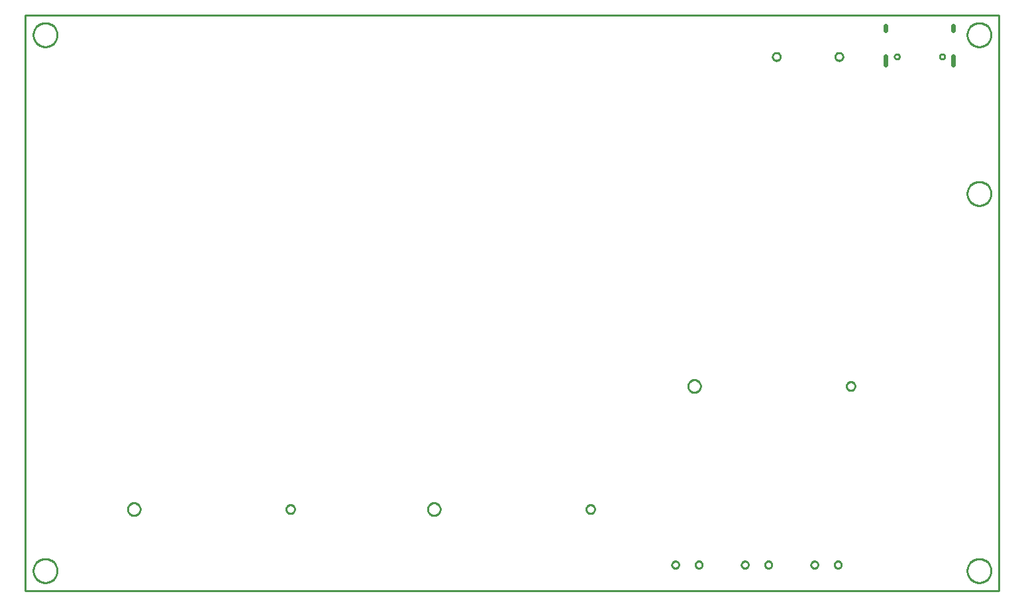
<source format=gko>
G04 EAGLE Gerber RS-274X export*
G75*
%MOMM*%
%FSLAX34Y34*%
%LPD*%
%IN*%
%IPPOS*%
%AMOC8*
5,1,8,0,0,1.08239X$1,22.5*%
G01*
%ADD10C,0.203200*%
%ADD11C,0.000000*%
%ADD12C,0.600000*%
%ADD13C,0.254000*%


D10*
X0Y736600D02*
X1244600Y736600D01*
X1244600Y0D02*
X0Y0D01*
X0Y736600D01*
X1244600Y736600D02*
X1244600Y0D01*
D11*
X1203960Y25400D02*
X1203965Y25774D01*
X1203978Y26148D01*
X1204001Y26521D01*
X1204033Y26894D01*
X1204075Y27266D01*
X1204125Y27636D01*
X1204184Y28005D01*
X1204253Y28373D01*
X1204330Y28739D01*
X1204417Y29103D01*
X1204512Y29465D01*
X1204616Y29824D01*
X1204729Y30181D01*
X1204851Y30534D01*
X1204981Y30885D01*
X1205120Y31232D01*
X1205267Y31576D01*
X1205423Y31916D01*
X1205587Y32252D01*
X1205760Y32584D01*
X1205940Y32912D01*
X1206128Y33235D01*
X1206324Y33553D01*
X1206528Y33867D01*
X1206740Y34175D01*
X1206959Y34478D01*
X1207186Y34776D01*
X1207419Y35068D01*
X1207660Y35354D01*
X1207908Y35635D01*
X1208162Y35909D01*
X1208424Y36176D01*
X1208691Y36438D01*
X1208965Y36692D01*
X1209246Y36940D01*
X1209532Y37181D01*
X1209824Y37414D01*
X1210122Y37641D01*
X1210425Y37860D01*
X1210733Y38072D01*
X1211047Y38276D01*
X1211365Y38472D01*
X1211688Y38660D01*
X1212016Y38840D01*
X1212348Y39013D01*
X1212684Y39177D01*
X1213024Y39333D01*
X1213368Y39480D01*
X1213715Y39619D01*
X1214066Y39749D01*
X1214419Y39871D01*
X1214776Y39984D01*
X1215135Y40088D01*
X1215497Y40183D01*
X1215861Y40270D01*
X1216227Y40347D01*
X1216595Y40416D01*
X1216964Y40475D01*
X1217334Y40525D01*
X1217706Y40567D01*
X1218079Y40599D01*
X1218452Y40622D01*
X1218826Y40635D01*
X1219200Y40640D01*
X1219574Y40635D01*
X1219948Y40622D01*
X1220321Y40599D01*
X1220694Y40567D01*
X1221066Y40525D01*
X1221436Y40475D01*
X1221805Y40416D01*
X1222173Y40347D01*
X1222539Y40270D01*
X1222903Y40183D01*
X1223265Y40088D01*
X1223624Y39984D01*
X1223981Y39871D01*
X1224334Y39749D01*
X1224685Y39619D01*
X1225032Y39480D01*
X1225376Y39333D01*
X1225716Y39177D01*
X1226052Y39013D01*
X1226384Y38840D01*
X1226712Y38660D01*
X1227035Y38472D01*
X1227353Y38276D01*
X1227667Y38072D01*
X1227975Y37860D01*
X1228278Y37641D01*
X1228576Y37414D01*
X1228868Y37181D01*
X1229154Y36940D01*
X1229435Y36692D01*
X1229709Y36438D01*
X1229976Y36176D01*
X1230238Y35909D01*
X1230492Y35635D01*
X1230740Y35354D01*
X1230981Y35068D01*
X1231214Y34776D01*
X1231441Y34478D01*
X1231660Y34175D01*
X1231872Y33867D01*
X1232076Y33553D01*
X1232272Y33235D01*
X1232460Y32912D01*
X1232640Y32584D01*
X1232813Y32252D01*
X1232977Y31916D01*
X1233133Y31576D01*
X1233280Y31232D01*
X1233419Y30885D01*
X1233549Y30534D01*
X1233671Y30181D01*
X1233784Y29824D01*
X1233888Y29465D01*
X1233983Y29103D01*
X1234070Y28739D01*
X1234147Y28373D01*
X1234216Y28005D01*
X1234275Y27636D01*
X1234325Y27266D01*
X1234367Y26894D01*
X1234399Y26521D01*
X1234422Y26148D01*
X1234435Y25774D01*
X1234440Y25400D01*
X1234435Y25026D01*
X1234422Y24652D01*
X1234399Y24279D01*
X1234367Y23906D01*
X1234325Y23534D01*
X1234275Y23164D01*
X1234216Y22795D01*
X1234147Y22427D01*
X1234070Y22061D01*
X1233983Y21697D01*
X1233888Y21335D01*
X1233784Y20976D01*
X1233671Y20619D01*
X1233549Y20266D01*
X1233419Y19915D01*
X1233280Y19568D01*
X1233133Y19224D01*
X1232977Y18884D01*
X1232813Y18548D01*
X1232640Y18216D01*
X1232460Y17888D01*
X1232272Y17565D01*
X1232076Y17247D01*
X1231872Y16933D01*
X1231660Y16625D01*
X1231441Y16322D01*
X1231214Y16024D01*
X1230981Y15732D01*
X1230740Y15446D01*
X1230492Y15165D01*
X1230238Y14891D01*
X1229976Y14624D01*
X1229709Y14362D01*
X1229435Y14108D01*
X1229154Y13860D01*
X1228868Y13619D01*
X1228576Y13386D01*
X1228278Y13159D01*
X1227975Y12940D01*
X1227667Y12728D01*
X1227353Y12524D01*
X1227035Y12328D01*
X1226712Y12140D01*
X1226384Y11960D01*
X1226052Y11787D01*
X1225716Y11623D01*
X1225376Y11467D01*
X1225032Y11320D01*
X1224685Y11181D01*
X1224334Y11051D01*
X1223981Y10929D01*
X1223624Y10816D01*
X1223265Y10712D01*
X1222903Y10617D01*
X1222539Y10530D01*
X1222173Y10453D01*
X1221805Y10384D01*
X1221436Y10325D01*
X1221066Y10275D01*
X1220694Y10233D01*
X1220321Y10201D01*
X1219948Y10178D01*
X1219574Y10165D01*
X1219200Y10160D01*
X1218826Y10165D01*
X1218452Y10178D01*
X1218079Y10201D01*
X1217706Y10233D01*
X1217334Y10275D01*
X1216964Y10325D01*
X1216595Y10384D01*
X1216227Y10453D01*
X1215861Y10530D01*
X1215497Y10617D01*
X1215135Y10712D01*
X1214776Y10816D01*
X1214419Y10929D01*
X1214066Y11051D01*
X1213715Y11181D01*
X1213368Y11320D01*
X1213024Y11467D01*
X1212684Y11623D01*
X1212348Y11787D01*
X1212016Y11960D01*
X1211688Y12140D01*
X1211365Y12328D01*
X1211047Y12524D01*
X1210733Y12728D01*
X1210425Y12940D01*
X1210122Y13159D01*
X1209824Y13386D01*
X1209532Y13619D01*
X1209246Y13860D01*
X1208965Y14108D01*
X1208691Y14362D01*
X1208424Y14624D01*
X1208162Y14891D01*
X1207908Y15165D01*
X1207660Y15446D01*
X1207419Y15732D01*
X1207186Y16024D01*
X1206959Y16322D01*
X1206740Y16625D01*
X1206528Y16933D01*
X1206324Y17247D01*
X1206128Y17565D01*
X1205940Y17888D01*
X1205760Y18216D01*
X1205587Y18548D01*
X1205423Y18884D01*
X1205267Y19224D01*
X1205120Y19568D01*
X1204981Y19915D01*
X1204851Y20266D01*
X1204729Y20619D01*
X1204616Y20976D01*
X1204512Y21335D01*
X1204417Y21697D01*
X1204330Y22061D01*
X1204253Y22427D01*
X1204184Y22795D01*
X1204125Y23164D01*
X1204075Y23534D01*
X1204033Y23906D01*
X1204001Y24279D01*
X1203978Y24652D01*
X1203965Y25026D01*
X1203960Y25400D01*
X10160Y25400D02*
X10165Y25774D01*
X10178Y26148D01*
X10201Y26521D01*
X10233Y26894D01*
X10275Y27266D01*
X10325Y27636D01*
X10384Y28005D01*
X10453Y28373D01*
X10530Y28739D01*
X10617Y29103D01*
X10712Y29465D01*
X10816Y29824D01*
X10929Y30181D01*
X11051Y30534D01*
X11181Y30885D01*
X11320Y31232D01*
X11467Y31576D01*
X11623Y31916D01*
X11787Y32252D01*
X11960Y32584D01*
X12140Y32912D01*
X12328Y33235D01*
X12524Y33553D01*
X12728Y33867D01*
X12940Y34175D01*
X13159Y34478D01*
X13386Y34776D01*
X13619Y35068D01*
X13860Y35354D01*
X14108Y35635D01*
X14362Y35909D01*
X14624Y36176D01*
X14891Y36438D01*
X15165Y36692D01*
X15446Y36940D01*
X15732Y37181D01*
X16024Y37414D01*
X16322Y37641D01*
X16625Y37860D01*
X16933Y38072D01*
X17247Y38276D01*
X17565Y38472D01*
X17888Y38660D01*
X18216Y38840D01*
X18548Y39013D01*
X18884Y39177D01*
X19224Y39333D01*
X19568Y39480D01*
X19915Y39619D01*
X20266Y39749D01*
X20619Y39871D01*
X20976Y39984D01*
X21335Y40088D01*
X21697Y40183D01*
X22061Y40270D01*
X22427Y40347D01*
X22795Y40416D01*
X23164Y40475D01*
X23534Y40525D01*
X23906Y40567D01*
X24279Y40599D01*
X24652Y40622D01*
X25026Y40635D01*
X25400Y40640D01*
X25774Y40635D01*
X26148Y40622D01*
X26521Y40599D01*
X26894Y40567D01*
X27266Y40525D01*
X27636Y40475D01*
X28005Y40416D01*
X28373Y40347D01*
X28739Y40270D01*
X29103Y40183D01*
X29465Y40088D01*
X29824Y39984D01*
X30181Y39871D01*
X30534Y39749D01*
X30885Y39619D01*
X31232Y39480D01*
X31576Y39333D01*
X31916Y39177D01*
X32252Y39013D01*
X32584Y38840D01*
X32912Y38660D01*
X33235Y38472D01*
X33553Y38276D01*
X33867Y38072D01*
X34175Y37860D01*
X34478Y37641D01*
X34776Y37414D01*
X35068Y37181D01*
X35354Y36940D01*
X35635Y36692D01*
X35909Y36438D01*
X36176Y36176D01*
X36438Y35909D01*
X36692Y35635D01*
X36940Y35354D01*
X37181Y35068D01*
X37414Y34776D01*
X37641Y34478D01*
X37860Y34175D01*
X38072Y33867D01*
X38276Y33553D01*
X38472Y33235D01*
X38660Y32912D01*
X38840Y32584D01*
X39013Y32252D01*
X39177Y31916D01*
X39333Y31576D01*
X39480Y31232D01*
X39619Y30885D01*
X39749Y30534D01*
X39871Y30181D01*
X39984Y29824D01*
X40088Y29465D01*
X40183Y29103D01*
X40270Y28739D01*
X40347Y28373D01*
X40416Y28005D01*
X40475Y27636D01*
X40525Y27266D01*
X40567Y26894D01*
X40599Y26521D01*
X40622Y26148D01*
X40635Y25774D01*
X40640Y25400D01*
X40635Y25026D01*
X40622Y24652D01*
X40599Y24279D01*
X40567Y23906D01*
X40525Y23534D01*
X40475Y23164D01*
X40416Y22795D01*
X40347Y22427D01*
X40270Y22061D01*
X40183Y21697D01*
X40088Y21335D01*
X39984Y20976D01*
X39871Y20619D01*
X39749Y20266D01*
X39619Y19915D01*
X39480Y19568D01*
X39333Y19224D01*
X39177Y18884D01*
X39013Y18548D01*
X38840Y18216D01*
X38660Y17888D01*
X38472Y17565D01*
X38276Y17247D01*
X38072Y16933D01*
X37860Y16625D01*
X37641Y16322D01*
X37414Y16024D01*
X37181Y15732D01*
X36940Y15446D01*
X36692Y15165D01*
X36438Y14891D01*
X36176Y14624D01*
X35909Y14362D01*
X35635Y14108D01*
X35354Y13860D01*
X35068Y13619D01*
X34776Y13386D01*
X34478Y13159D01*
X34175Y12940D01*
X33867Y12728D01*
X33553Y12524D01*
X33235Y12328D01*
X32912Y12140D01*
X32584Y11960D01*
X32252Y11787D01*
X31916Y11623D01*
X31576Y11467D01*
X31232Y11320D01*
X30885Y11181D01*
X30534Y11051D01*
X30181Y10929D01*
X29824Y10816D01*
X29465Y10712D01*
X29103Y10617D01*
X28739Y10530D01*
X28373Y10453D01*
X28005Y10384D01*
X27636Y10325D01*
X27266Y10275D01*
X26894Y10233D01*
X26521Y10201D01*
X26148Y10178D01*
X25774Y10165D01*
X25400Y10160D01*
X25026Y10165D01*
X24652Y10178D01*
X24279Y10201D01*
X23906Y10233D01*
X23534Y10275D01*
X23164Y10325D01*
X22795Y10384D01*
X22427Y10453D01*
X22061Y10530D01*
X21697Y10617D01*
X21335Y10712D01*
X20976Y10816D01*
X20619Y10929D01*
X20266Y11051D01*
X19915Y11181D01*
X19568Y11320D01*
X19224Y11467D01*
X18884Y11623D01*
X18548Y11787D01*
X18216Y11960D01*
X17888Y12140D01*
X17565Y12328D01*
X17247Y12524D01*
X16933Y12728D01*
X16625Y12940D01*
X16322Y13159D01*
X16024Y13386D01*
X15732Y13619D01*
X15446Y13860D01*
X15165Y14108D01*
X14891Y14362D01*
X14624Y14624D01*
X14362Y14891D01*
X14108Y15165D01*
X13860Y15446D01*
X13619Y15732D01*
X13386Y16024D01*
X13159Y16322D01*
X12940Y16625D01*
X12728Y16933D01*
X12524Y17247D01*
X12328Y17565D01*
X12140Y17888D01*
X11960Y18216D01*
X11787Y18548D01*
X11623Y18884D01*
X11467Y19224D01*
X11320Y19568D01*
X11181Y19915D01*
X11051Y20266D01*
X10929Y20619D01*
X10816Y20976D01*
X10712Y21335D01*
X10617Y21697D01*
X10530Y22061D01*
X10453Y22427D01*
X10384Y22795D01*
X10325Y23164D01*
X10275Y23534D01*
X10233Y23906D01*
X10201Y24279D01*
X10178Y24652D01*
X10165Y25026D01*
X10160Y25400D01*
X10160Y711200D02*
X10165Y711574D01*
X10178Y711948D01*
X10201Y712321D01*
X10233Y712694D01*
X10275Y713066D01*
X10325Y713436D01*
X10384Y713805D01*
X10453Y714173D01*
X10530Y714539D01*
X10617Y714903D01*
X10712Y715265D01*
X10816Y715624D01*
X10929Y715981D01*
X11051Y716334D01*
X11181Y716685D01*
X11320Y717032D01*
X11467Y717376D01*
X11623Y717716D01*
X11787Y718052D01*
X11960Y718384D01*
X12140Y718712D01*
X12328Y719035D01*
X12524Y719353D01*
X12728Y719667D01*
X12940Y719975D01*
X13159Y720278D01*
X13386Y720576D01*
X13619Y720868D01*
X13860Y721154D01*
X14108Y721435D01*
X14362Y721709D01*
X14624Y721976D01*
X14891Y722238D01*
X15165Y722492D01*
X15446Y722740D01*
X15732Y722981D01*
X16024Y723214D01*
X16322Y723441D01*
X16625Y723660D01*
X16933Y723872D01*
X17247Y724076D01*
X17565Y724272D01*
X17888Y724460D01*
X18216Y724640D01*
X18548Y724813D01*
X18884Y724977D01*
X19224Y725133D01*
X19568Y725280D01*
X19915Y725419D01*
X20266Y725549D01*
X20619Y725671D01*
X20976Y725784D01*
X21335Y725888D01*
X21697Y725983D01*
X22061Y726070D01*
X22427Y726147D01*
X22795Y726216D01*
X23164Y726275D01*
X23534Y726325D01*
X23906Y726367D01*
X24279Y726399D01*
X24652Y726422D01*
X25026Y726435D01*
X25400Y726440D01*
X25774Y726435D01*
X26148Y726422D01*
X26521Y726399D01*
X26894Y726367D01*
X27266Y726325D01*
X27636Y726275D01*
X28005Y726216D01*
X28373Y726147D01*
X28739Y726070D01*
X29103Y725983D01*
X29465Y725888D01*
X29824Y725784D01*
X30181Y725671D01*
X30534Y725549D01*
X30885Y725419D01*
X31232Y725280D01*
X31576Y725133D01*
X31916Y724977D01*
X32252Y724813D01*
X32584Y724640D01*
X32912Y724460D01*
X33235Y724272D01*
X33553Y724076D01*
X33867Y723872D01*
X34175Y723660D01*
X34478Y723441D01*
X34776Y723214D01*
X35068Y722981D01*
X35354Y722740D01*
X35635Y722492D01*
X35909Y722238D01*
X36176Y721976D01*
X36438Y721709D01*
X36692Y721435D01*
X36940Y721154D01*
X37181Y720868D01*
X37414Y720576D01*
X37641Y720278D01*
X37860Y719975D01*
X38072Y719667D01*
X38276Y719353D01*
X38472Y719035D01*
X38660Y718712D01*
X38840Y718384D01*
X39013Y718052D01*
X39177Y717716D01*
X39333Y717376D01*
X39480Y717032D01*
X39619Y716685D01*
X39749Y716334D01*
X39871Y715981D01*
X39984Y715624D01*
X40088Y715265D01*
X40183Y714903D01*
X40270Y714539D01*
X40347Y714173D01*
X40416Y713805D01*
X40475Y713436D01*
X40525Y713066D01*
X40567Y712694D01*
X40599Y712321D01*
X40622Y711948D01*
X40635Y711574D01*
X40640Y711200D01*
X40635Y710826D01*
X40622Y710452D01*
X40599Y710079D01*
X40567Y709706D01*
X40525Y709334D01*
X40475Y708964D01*
X40416Y708595D01*
X40347Y708227D01*
X40270Y707861D01*
X40183Y707497D01*
X40088Y707135D01*
X39984Y706776D01*
X39871Y706419D01*
X39749Y706066D01*
X39619Y705715D01*
X39480Y705368D01*
X39333Y705024D01*
X39177Y704684D01*
X39013Y704348D01*
X38840Y704016D01*
X38660Y703688D01*
X38472Y703365D01*
X38276Y703047D01*
X38072Y702733D01*
X37860Y702425D01*
X37641Y702122D01*
X37414Y701824D01*
X37181Y701532D01*
X36940Y701246D01*
X36692Y700965D01*
X36438Y700691D01*
X36176Y700424D01*
X35909Y700162D01*
X35635Y699908D01*
X35354Y699660D01*
X35068Y699419D01*
X34776Y699186D01*
X34478Y698959D01*
X34175Y698740D01*
X33867Y698528D01*
X33553Y698324D01*
X33235Y698128D01*
X32912Y697940D01*
X32584Y697760D01*
X32252Y697587D01*
X31916Y697423D01*
X31576Y697267D01*
X31232Y697120D01*
X30885Y696981D01*
X30534Y696851D01*
X30181Y696729D01*
X29824Y696616D01*
X29465Y696512D01*
X29103Y696417D01*
X28739Y696330D01*
X28373Y696253D01*
X28005Y696184D01*
X27636Y696125D01*
X27266Y696075D01*
X26894Y696033D01*
X26521Y696001D01*
X26148Y695978D01*
X25774Y695965D01*
X25400Y695960D01*
X25026Y695965D01*
X24652Y695978D01*
X24279Y696001D01*
X23906Y696033D01*
X23534Y696075D01*
X23164Y696125D01*
X22795Y696184D01*
X22427Y696253D01*
X22061Y696330D01*
X21697Y696417D01*
X21335Y696512D01*
X20976Y696616D01*
X20619Y696729D01*
X20266Y696851D01*
X19915Y696981D01*
X19568Y697120D01*
X19224Y697267D01*
X18884Y697423D01*
X18548Y697587D01*
X18216Y697760D01*
X17888Y697940D01*
X17565Y698128D01*
X17247Y698324D01*
X16933Y698528D01*
X16625Y698740D01*
X16322Y698959D01*
X16024Y699186D01*
X15732Y699419D01*
X15446Y699660D01*
X15165Y699908D01*
X14891Y700162D01*
X14624Y700424D01*
X14362Y700691D01*
X14108Y700965D01*
X13860Y701246D01*
X13619Y701532D01*
X13386Y701824D01*
X13159Y702122D01*
X12940Y702425D01*
X12728Y702733D01*
X12524Y703047D01*
X12328Y703365D01*
X12140Y703688D01*
X11960Y704016D01*
X11787Y704348D01*
X11623Y704684D01*
X11467Y705024D01*
X11320Y705368D01*
X11181Y705715D01*
X11051Y706066D01*
X10929Y706419D01*
X10816Y706776D01*
X10712Y707135D01*
X10617Y707497D01*
X10530Y707861D01*
X10453Y708227D01*
X10384Y708595D01*
X10325Y708964D01*
X10275Y709334D01*
X10233Y709706D01*
X10201Y710079D01*
X10178Y710452D01*
X10165Y710826D01*
X10160Y711200D01*
X1203960Y711200D02*
X1203965Y711574D01*
X1203978Y711948D01*
X1204001Y712321D01*
X1204033Y712694D01*
X1204075Y713066D01*
X1204125Y713436D01*
X1204184Y713805D01*
X1204253Y714173D01*
X1204330Y714539D01*
X1204417Y714903D01*
X1204512Y715265D01*
X1204616Y715624D01*
X1204729Y715981D01*
X1204851Y716334D01*
X1204981Y716685D01*
X1205120Y717032D01*
X1205267Y717376D01*
X1205423Y717716D01*
X1205587Y718052D01*
X1205760Y718384D01*
X1205940Y718712D01*
X1206128Y719035D01*
X1206324Y719353D01*
X1206528Y719667D01*
X1206740Y719975D01*
X1206959Y720278D01*
X1207186Y720576D01*
X1207419Y720868D01*
X1207660Y721154D01*
X1207908Y721435D01*
X1208162Y721709D01*
X1208424Y721976D01*
X1208691Y722238D01*
X1208965Y722492D01*
X1209246Y722740D01*
X1209532Y722981D01*
X1209824Y723214D01*
X1210122Y723441D01*
X1210425Y723660D01*
X1210733Y723872D01*
X1211047Y724076D01*
X1211365Y724272D01*
X1211688Y724460D01*
X1212016Y724640D01*
X1212348Y724813D01*
X1212684Y724977D01*
X1213024Y725133D01*
X1213368Y725280D01*
X1213715Y725419D01*
X1214066Y725549D01*
X1214419Y725671D01*
X1214776Y725784D01*
X1215135Y725888D01*
X1215497Y725983D01*
X1215861Y726070D01*
X1216227Y726147D01*
X1216595Y726216D01*
X1216964Y726275D01*
X1217334Y726325D01*
X1217706Y726367D01*
X1218079Y726399D01*
X1218452Y726422D01*
X1218826Y726435D01*
X1219200Y726440D01*
X1219574Y726435D01*
X1219948Y726422D01*
X1220321Y726399D01*
X1220694Y726367D01*
X1221066Y726325D01*
X1221436Y726275D01*
X1221805Y726216D01*
X1222173Y726147D01*
X1222539Y726070D01*
X1222903Y725983D01*
X1223265Y725888D01*
X1223624Y725784D01*
X1223981Y725671D01*
X1224334Y725549D01*
X1224685Y725419D01*
X1225032Y725280D01*
X1225376Y725133D01*
X1225716Y724977D01*
X1226052Y724813D01*
X1226384Y724640D01*
X1226712Y724460D01*
X1227035Y724272D01*
X1227353Y724076D01*
X1227667Y723872D01*
X1227975Y723660D01*
X1228278Y723441D01*
X1228576Y723214D01*
X1228868Y722981D01*
X1229154Y722740D01*
X1229435Y722492D01*
X1229709Y722238D01*
X1229976Y721976D01*
X1230238Y721709D01*
X1230492Y721435D01*
X1230740Y721154D01*
X1230981Y720868D01*
X1231214Y720576D01*
X1231441Y720278D01*
X1231660Y719975D01*
X1231872Y719667D01*
X1232076Y719353D01*
X1232272Y719035D01*
X1232460Y718712D01*
X1232640Y718384D01*
X1232813Y718052D01*
X1232977Y717716D01*
X1233133Y717376D01*
X1233280Y717032D01*
X1233419Y716685D01*
X1233549Y716334D01*
X1233671Y715981D01*
X1233784Y715624D01*
X1233888Y715265D01*
X1233983Y714903D01*
X1234070Y714539D01*
X1234147Y714173D01*
X1234216Y713805D01*
X1234275Y713436D01*
X1234325Y713066D01*
X1234367Y712694D01*
X1234399Y712321D01*
X1234422Y711948D01*
X1234435Y711574D01*
X1234440Y711200D01*
X1234435Y710826D01*
X1234422Y710452D01*
X1234399Y710079D01*
X1234367Y709706D01*
X1234325Y709334D01*
X1234275Y708964D01*
X1234216Y708595D01*
X1234147Y708227D01*
X1234070Y707861D01*
X1233983Y707497D01*
X1233888Y707135D01*
X1233784Y706776D01*
X1233671Y706419D01*
X1233549Y706066D01*
X1233419Y705715D01*
X1233280Y705368D01*
X1233133Y705024D01*
X1232977Y704684D01*
X1232813Y704348D01*
X1232640Y704016D01*
X1232460Y703688D01*
X1232272Y703365D01*
X1232076Y703047D01*
X1231872Y702733D01*
X1231660Y702425D01*
X1231441Y702122D01*
X1231214Y701824D01*
X1230981Y701532D01*
X1230740Y701246D01*
X1230492Y700965D01*
X1230238Y700691D01*
X1229976Y700424D01*
X1229709Y700162D01*
X1229435Y699908D01*
X1229154Y699660D01*
X1228868Y699419D01*
X1228576Y699186D01*
X1228278Y698959D01*
X1227975Y698740D01*
X1227667Y698528D01*
X1227353Y698324D01*
X1227035Y698128D01*
X1226712Y697940D01*
X1226384Y697760D01*
X1226052Y697587D01*
X1225716Y697423D01*
X1225376Y697267D01*
X1225032Y697120D01*
X1224685Y696981D01*
X1224334Y696851D01*
X1223981Y696729D01*
X1223624Y696616D01*
X1223265Y696512D01*
X1222903Y696417D01*
X1222539Y696330D01*
X1222173Y696253D01*
X1221805Y696184D01*
X1221436Y696125D01*
X1221066Y696075D01*
X1220694Y696033D01*
X1220321Y696001D01*
X1219948Y695978D01*
X1219574Y695965D01*
X1219200Y695960D01*
X1218826Y695965D01*
X1218452Y695978D01*
X1218079Y696001D01*
X1217706Y696033D01*
X1217334Y696075D01*
X1216964Y696125D01*
X1216595Y696184D01*
X1216227Y696253D01*
X1215861Y696330D01*
X1215497Y696417D01*
X1215135Y696512D01*
X1214776Y696616D01*
X1214419Y696729D01*
X1214066Y696851D01*
X1213715Y696981D01*
X1213368Y697120D01*
X1213024Y697267D01*
X1212684Y697423D01*
X1212348Y697587D01*
X1212016Y697760D01*
X1211688Y697940D01*
X1211365Y698128D01*
X1211047Y698324D01*
X1210733Y698528D01*
X1210425Y698740D01*
X1210122Y698959D01*
X1209824Y699186D01*
X1209532Y699419D01*
X1209246Y699660D01*
X1208965Y699908D01*
X1208691Y700162D01*
X1208424Y700424D01*
X1208162Y700691D01*
X1207908Y700965D01*
X1207660Y701246D01*
X1207419Y701532D01*
X1207186Y701824D01*
X1206959Y702122D01*
X1206740Y702425D01*
X1206528Y702733D01*
X1206324Y703047D01*
X1206128Y703365D01*
X1205940Y703688D01*
X1205760Y704016D01*
X1205587Y704348D01*
X1205423Y704684D01*
X1205267Y705024D01*
X1205120Y705368D01*
X1204981Y705715D01*
X1204851Y706066D01*
X1204729Y706419D01*
X1204616Y706776D01*
X1204512Y707135D01*
X1204417Y707497D01*
X1204330Y707861D01*
X1204253Y708227D01*
X1204184Y708595D01*
X1204125Y708964D01*
X1204075Y709334D01*
X1204033Y709706D01*
X1204001Y710079D01*
X1203978Y710452D01*
X1203965Y710826D01*
X1203960Y711200D01*
X1049540Y261620D02*
X1049542Y261768D01*
X1049548Y261916D01*
X1049558Y262064D01*
X1049572Y262212D01*
X1049590Y262359D01*
X1049612Y262506D01*
X1049638Y262652D01*
X1049667Y262797D01*
X1049701Y262942D01*
X1049739Y263085D01*
X1049780Y263228D01*
X1049825Y263369D01*
X1049875Y263509D01*
X1049927Y263647D01*
X1049984Y263785D01*
X1050044Y263920D01*
X1050108Y264054D01*
X1050175Y264186D01*
X1050246Y264316D01*
X1050321Y264445D01*
X1050399Y264571D01*
X1050480Y264695D01*
X1050564Y264817D01*
X1050652Y264936D01*
X1050743Y265053D01*
X1050837Y265168D01*
X1050935Y265280D01*
X1051035Y265389D01*
X1051138Y265496D01*
X1051244Y265600D01*
X1051352Y265701D01*
X1051464Y265799D01*
X1051578Y265894D01*
X1051694Y265985D01*
X1051813Y266074D01*
X1051934Y266159D01*
X1052058Y266241D01*
X1052184Y266320D01*
X1052311Y266395D01*
X1052441Y266467D01*
X1052573Y266536D01*
X1052706Y266600D01*
X1052841Y266661D01*
X1052978Y266719D01*
X1053116Y266773D01*
X1053256Y266823D01*
X1053397Y266869D01*
X1053539Y266911D01*
X1053682Y266950D01*
X1053826Y266984D01*
X1053972Y267015D01*
X1054117Y267042D01*
X1054264Y267065D01*
X1054411Y267084D01*
X1054559Y267099D01*
X1054706Y267110D01*
X1054855Y267117D01*
X1055003Y267120D01*
X1055151Y267119D01*
X1055299Y267114D01*
X1055447Y267105D01*
X1055595Y267092D01*
X1055743Y267075D01*
X1055889Y267054D01*
X1056036Y267029D01*
X1056181Y267000D01*
X1056326Y266968D01*
X1056469Y266931D01*
X1056612Y266891D01*
X1056754Y266846D01*
X1056894Y266798D01*
X1057033Y266746D01*
X1057170Y266691D01*
X1057306Y266631D01*
X1057441Y266568D01*
X1057573Y266502D01*
X1057704Y266432D01*
X1057833Y266358D01*
X1057959Y266281D01*
X1058084Y266201D01*
X1058206Y266117D01*
X1058327Y266030D01*
X1058444Y265940D01*
X1058560Y265846D01*
X1058672Y265750D01*
X1058782Y265651D01*
X1058890Y265548D01*
X1058994Y265443D01*
X1059096Y265335D01*
X1059194Y265224D01*
X1059290Y265111D01*
X1059383Y264995D01*
X1059472Y264877D01*
X1059558Y264756D01*
X1059641Y264633D01*
X1059721Y264508D01*
X1059797Y264381D01*
X1059870Y264251D01*
X1059939Y264120D01*
X1060004Y263987D01*
X1060067Y263853D01*
X1060125Y263716D01*
X1060180Y263578D01*
X1060230Y263439D01*
X1060278Y263298D01*
X1060321Y263157D01*
X1060361Y263014D01*
X1060396Y262870D01*
X1060428Y262725D01*
X1060456Y262579D01*
X1060480Y262433D01*
X1060500Y262286D01*
X1060516Y262138D01*
X1060528Y261991D01*
X1060536Y261842D01*
X1060540Y261694D01*
X1060540Y261546D01*
X1060536Y261398D01*
X1060528Y261249D01*
X1060516Y261102D01*
X1060500Y260954D01*
X1060480Y260807D01*
X1060456Y260661D01*
X1060428Y260515D01*
X1060396Y260370D01*
X1060361Y260226D01*
X1060321Y260083D01*
X1060278Y259942D01*
X1060230Y259801D01*
X1060180Y259662D01*
X1060125Y259524D01*
X1060067Y259387D01*
X1060004Y259253D01*
X1059939Y259120D01*
X1059870Y258989D01*
X1059797Y258859D01*
X1059721Y258732D01*
X1059641Y258607D01*
X1059558Y258484D01*
X1059472Y258363D01*
X1059383Y258245D01*
X1059290Y258129D01*
X1059194Y258016D01*
X1059096Y257905D01*
X1058994Y257797D01*
X1058890Y257692D01*
X1058782Y257589D01*
X1058672Y257490D01*
X1058560Y257394D01*
X1058444Y257300D01*
X1058327Y257210D01*
X1058206Y257123D01*
X1058084Y257039D01*
X1057959Y256959D01*
X1057833Y256882D01*
X1057704Y256808D01*
X1057573Y256738D01*
X1057441Y256672D01*
X1057306Y256609D01*
X1057170Y256549D01*
X1057033Y256494D01*
X1056894Y256442D01*
X1056754Y256394D01*
X1056612Y256349D01*
X1056469Y256309D01*
X1056326Y256272D01*
X1056181Y256240D01*
X1056036Y256211D01*
X1055889Y256186D01*
X1055743Y256165D01*
X1055595Y256148D01*
X1055447Y256135D01*
X1055299Y256126D01*
X1055151Y256121D01*
X1055003Y256120D01*
X1054855Y256123D01*
X1054706Y256130D01*
X1054559Y256141D01*
X1054411Y256156D01*
X1054264Y256175D01*
X1054117Y256198D01*
X1053972Y256225D01*
X1053826Y256256D01*
X1053682Y256290D01*
X1053539Y256329D01*
X1053397Y256371D01*
X1053256Y256417D01*
X1053116Y256467D01*
X1052978Y256521D01*
X1052841Y256579D01*
X1052706Y256640D01*
X1052573Y256704D01*
X1052441Y256773D01*
X1052311Y256845D01*
X1052184Y256920D01*
X1052058Y256999D01*
X1051934Y257081D01*
X1051813Y257166D01*
X1051694Y257255D01*
X1051578Y257346D01*
X1051464Y257441D01*
X1051352Y257539D01*
X1051244Y257640D01*
X1051138Y257744D01*
X1051035Y257851D01*
X1050935Y257960D01*
X1050837Y258072D01*
X1050743Y258187D01*
X1050652Y258304D01*
X1050564Y258423D01*
X1050480Y258545D01*
X1050399Y258669D01*
X1050321Y258795D01*
X1050246Y258924D01*
X1050175Y259054D01*
X1050108Y259186D01*
X1050044Y259320D01*
X1049984Y259455D01*
X1049927Y259593D01*
X1049875Y259731D01*
X1049825Y259871D01*
X1049780Y260012D01*
X1049739Y260155D01*
X1049701Y260298D01*
X1049667Y260443D01*
X1049638Y260588D01*
X1049612Y260734D01*
X1049590Y260881D01*
X1049572Y261028D01*
X1049558Y261176D01*
X1049548Y261324D01*
X1049542Y261472D01*
X1049540Y261620D01*
X847040Y261620D02*
X847042Y261816D01*
X847050Y262013D01*
X847062Y262209D01*
X847079Y262404D01*
X847100Y262599D01*
X847127Y262794D01*
X847158Y262988D01*
X847194Y263181D01*
X847234Y263373D01*
X847280Y263564D01*
X847330Y263754D01*
X847384Y263942D01*
X847444Y264129D01*
X847508Y264315D01*
X847576Y264499D01*
X847649Y264681D01*
X847726Y264862D01*
X847808Y265040D01*
X847894Y265217D01*
X847985Y265391D01*
X848079Y265563D01*
X848178Y265733D01*
X848281Y265900D01*
X848388Y266065D01*
X848499Y266226D01*
X848614Y266386D01*
X848733Y266542D01*
X848856Y266695D01*
X848982Y266845D01*
X849112Y266992D01*
X849246Y267136D01*
X849383Y267277D01*
X849524Y267414D01*
X849668Y267548D01*
X849815Y267678D01*
X849965Y267804D01*
X850118Y267927D01*
X850274Y268046D01*
X850434Y268161D01*
X850595Y268272D01*
X850760Y268379D01*
X850927Y268482D01*
X851097Y268581D01*
X851269Y268675D01*
X851443Y268766D01*
X851620Y268852D01*
X851798Y268934D01*
X851979Y269011D01*
X852161Y269084D01*
X852345Y269152D01*
X852531Y269216D01*
X852718Y269276D01*
X852906Y269330D01*
X853096Y269380D01*
X853287Y269426D01*
X853479Y269466D01*
X853672Y269502D01*
X853866Y269533D01*
X854061Y269560D01*
X854256Y269581D01*
X854451Y269598D01*
X854647Y269610D01*
X854844Y269618D01*
X855040Y269620D01*
X855236Y269618D01*
X855433Y269610D01*
X855629Y269598D01*
X855824Y269581D01*
X856019Y269560D01*
X856214Y269533D01*
X856408Y269502D01*
X856601Y269466D01*
X856793Y269426D01*
X856984Y269380D01*
X857174Y269330D01*
X857362Y269276D01*
X857549Y269216D01*
X857735Y269152D01*
X857919Y269084D01*
X858101Y269011D01*
X858282Y268934D01*
X858460Y268852D01*
X858637Y268766D01*
X858811Y268675D01*
X858983Y268581D01*
X859153Y268482D01*
X859320Y268379D01*
X859485Y268272D01*
X859646Y268161D01*
X859806Y268046D01*
X859962Y267927D01*
X860115Y267804D01*
X860265Y267678D01*
X860412Y267548D01*
X860556Y267414D01*
X860697Y267277D01*
X860834Y267136D01*
X860968Y266992D01*
X861098Y266845D01*
X861224Y266695D01*
X861347Y266542D01*
X861466Y266386D01*
X861581Y266226D01*
X861692Y266065D01*
X861799Y265900D01*
X861902Y265733D01*
X862001Y265563D01*
X862095Y265391D01*
X862186Y265217D01*
X862272Y265040D01*
X862354Y264862D01*
X862431Y264681D01*
X862504Y264499D01*
X862572Y264315D01*
X862636Y264129D01*
X862696Y263942D01*
X862750Y263754D01*
X862800Y263564D01*
X862846Y263373D01*
X862886Y263181D01*
X862922Y262988D01*
X862953Y262794D01*
X862980Y262599D01*
X863001Y262404D01*
X863018Y262209D01*
X863030Y262013D01*
X863038Y261816D01*
X863040Y261620D01*
X863038Y261424D01*
X863030Y261227D01*
X863018Y261031D01*
X863001Y260836D01*
X862980Y260641D01*
X862953Y260446D01*
X862922Y260252D01*
X862886Y260059D01*
X862846Y259867D01*
X862800Y259676D01*
X862750Y259486D01*
X862696Y259298D01*
X862636Y259111D01*
X862572Y258925D01*
X862504Y258741D01*
X862431Y258559D01*
X862354Y258378D01*
X862272Y258200D01*
X862186Y258023D01*
X862095Y257849D01*
X862001Y257677D01*
X861902Y257507D01*
X861799Y257340D01*
X861692Y257175D01*
X861581Y257014D01*
X861466Y256854D01*
X861347Y256698D01*
X861224Y256545D01*
X861098Y256395D01*
X860968Y256248D01*
X860834Y256104D01*
X860697Y255963D01*
X860556Y255826D01*
X860412Y255692D01*
X860265Y255562D01*
X860115Y255436D01*
X859962Y255313D01*
X859806Y255194D01*
X859646Y255079D01*
X859485Y254968D01*
X859320Y254861D01*
X859153Y254758D01*
X858983Y254659D01*
X858811Y254565D01*
X858637Y254474D01*
X858460Y254388D01*
X858282Y254306D01*
X858101Y254229D01*
X857919Y254156D01*
X857735Y254088D01*
X857549Y254024D01*
X857362Y253964D01*
X857174Y253910D01*
X856984Y253860D01*
X856793Y253814D01*
X856601Y253774D01*
X856408Y253738D01*
X856214Y253707D01*
X856019Y253680D01*
X855824Y253659D01*
X855629Y253642D01*
X855433Y253630D01*
X855236Y253622D01*
X855040Y253620D01*
X854844Y253622D01*
X854647Y253630D01*
X854451Y253642D01*
X854256Y253659D01*
X854061Y253680D01*
X853866Y253707D01*
X853672Y253738D01*
X853479Y253774D01*
X853287Y253814D01*
X853096Y253860D01*
X852906Y253910D01*
X852718Y253964D01*
X852531Y254024D01*
X852345Y254088D01*
X852161Y254156D01*
X851979Y254229D01*
X851798Y254306D01*
X851620Y254388D01*
X851443Y254474D01*
X851269Y254565D01*
X851097Y254659D01*
X850927Y254758D01*
X850760Y254861D01*
X850595Y254968D01*
X850434Y255079D01*
X850274Y255194D01*
X850118Y255313D01*
X849965Y255436D01*
X849815Y255562D01*
X849668Y255692D01*
X849524Y255826D01*
X849383Y255963D01*
X849246Y256104D01*
X849112Y256248D01*
X848982Y256395D01*
X848856Y256545D01*
X848733Y256698D01*
X848614Y256854D01*
X848499Y257014D01*
X848388Y257175D01*
X848281Y257340D01*
X848178Y257507D01*
X848079Y257677D01*
X847985Y257849D01*
X847894Y258023D01*
X847808Y258200D01*
X847726Y258378D01*
X847649Y258559D01*
X847576Y258741D01*
X847508Y258925D01*
X847444Y259111D01*
X847384Y259298D01*
X847330Y259486D01*
X847280Y259676D01*
X847234Y259867D01*
X847194Y260059D01*
X847158Y260252D01*
X847127Y260446D01*
X847100Y260641D01*
X847079Y260836D01*
X847062Y261031D01*
X847050Y261227D01*
X847042Y261424D01*
X847040Y261620D01*
X1168650Y683486D02*
X1168652Y683599D01*
X1168658Y683713D01*
X1168668Y683826D01*
X1168682Y683938D01*
X1168699Y684050D01*
X1168721Y684162D01*
X1168747Y684272D01*
X1168776Y684382D01*
X1168809Y684490D01*
X1168846Y684598D01*
X1168887Y684703D01*
X1168931Y684808D01*
X1168979Y684911D01*
X1169030Y685012D01*
X1169085Y685111D01*
X1169144Y685208D01*
X1169206Y685303D01*
X1169271Y685396D01*
X1169339Y685487D01*
X1169410Y685575D01*
X1169485Y685661D01*
X1169562Y685744D01*
X1169642Y685824D01*
X1169725Y685901D01*
X1169811Y685976D01*
X1169899Y686047D01*
X1169990Y686115D01*
X1170083Y686180D01*
X1170178Y686242D01*
X1170275Y686301D01*
X1170374Y686356D01*
X1170475Y686407D01*
X1170578Y686455D01*
X1170683Y686499D01*
X1170788Y686540D01*
X1170896Y686577D01*
X1171004Y686610D01*
X1171114Y686639D01*
X1171224Y686665D01*
X1171336Y686687D01*
X1171448Y686704D01*
X1171560Y686718D01*
X1171673Y686728D01*
X1171787Y686734D01*
X1171900Y686736D01*
X1172013Y686734D01*
X1172127Y686728D01*
X1172240Y686718D01*
X1172352Y686704D01*
X1172464Y686687D01*
X1172576Y686665D01*
X1172686Y686639D01*
X1172796Y686610D01*
X1172904Y686577D01*
X1173012Y686540D01*
X1173117Y686499D01*
X1173222Y686455D01*
X1173325Y686407D01*
X1173426Y686356D01*
X1173525Y686301D01*
X1173622Y686242D01*
X1173717Y686180D01*
X1173810Y686115D01*
X1173901Y686047D01*
X1173989Y685976D01*
X1174075Y685901D01*
X1174158Y685824D01*
X1174238Y685744D01*
X1174315Y685661D01*
X1174390Y685575D01*
X1174461Y685487D01*
X1174529Y685396D01*
X1174594Y685303D01*
X1174656Y685208D01*
X1174715Y685111D01*
X1174770Y685012D01*
X1174821Y684911D01*
X1174869Y684808D01*
X1174913Y684703D01*
X1174954Y684598D01*
X1174991Y684490D01*
X1175024Y684382D01*
X1175053Y684272D01*
X1175079Y684162D01*
X1175101Y684050D01*
X1175118Y683938D01*
X1175132Y683826D01*
X1175142Y683713D01*
X1175148Y683599D01*
X1175150Y683486D01*
X1175148Y683373D01*
X1175142Y683259D01*
X1175132Y683146D01*
X1175118Y683034D01*
X1175101Y682922D01*
X1175079Y682810D01*
X1175053Y682700D01*
X1175024Y682590D01*
X1174991Y682482D01*
X1174954Y682374D01*
X1174913Y682269D01*
X1174869Y682164D01*
X1174821Y682061D01*
X1174770Y681960D01*
X1174715Y681861D01*
X1174656Y681764D01*
X1174594Y681669D01*
X1174529Y681576D01*
X1174461Y681485D01*
X1174390Y681397D01*
X1174315Y681311D01*
X1174238Y681228D01*
X1174158Y681148D01*
X1174075Y681071D01*
X1173989Y680996D01*
X1173901Y680925D01*
X1173810Y680857D01*
X1173717Y680792D01*
X1173622Y680730D01*
X1173525Y680671D01*
X1173426Y680616D01*
X1173325Y680565D01*
X1173222Y680517D01*
X1173117Y680473D01*
X1173012Y680432D01*
X1172904Y680395D01*
X1172796Y680362D01*
X1172686Y680333D01*
X1172576Y680307D01*
X1172464Y680285D01*
X1172352Y680268D01*
X1172240Y680254D01*
X1172127Y680244D01*
X1172013Y680238D01*
X1171900Y680236D01*
X1171787Y680238D01*
X1171673Y680244D01*
X1171560Y680254D01*
X1171448Y680268D01*
X1171336Y680285D01*
X1171224Y680307D01*
X1171114Y680333D01*
X1171004Y680362D01*
X1170896Y680395D01*
X1170788Y680432D01*
X1170683Y680473D01*
X1170578Y680517D01*
X1170475Y680565D01*
X1170374Y680616D01*
X1170275Y680671D01*
X1170178Y680730D01*
X1170083Y680792D01*
X1169990Y680857D01*
X1169899Y680925D01*
X1169811Y680996D01*
X1169725Y681071D01*
X1169642Y681148D01*
X1169562Y681228D01*
X1169485Y681311D01*
X1169410Y681397D01*
X1169339Y681485D01*
X1169271Y681576D01*
X1169206Y681669D01*
X1169144Y681764D01*
X1169085Y681861D01*
X1169030Y681960D01*
X1168979Y682061D01*
X1168931Y682164D01*
X1168887Y682269D01*
X1168846Y682374D01*
X1168809Y682482D01*
X1168776Y682590D01*
X1168747Y682700D01*
X1168721Y682810D01*
X1168699Y682922D01*
X1168682Y683034D01*
X1168668Y683146D01*
X1168658Y683259D01*
X1168652Y683373D01*
X1168650Y683486D01*
X1110850Y683486D02*
X1110852Y683599D01*
X1110858Y683713D01*
X1110868Y683826D01*
X1110882Y683938D01*
X1110899Y684050D01*
X1110921Y684162D01*
X1110947Y684272D01*
X1110976Y684382D01*
X1111009Y684490D01*
X1111046Y684598D01*
X1111087Y684703D01*
X1111131Y684808D01*
X1111179Y684911D01*
X1111230Y685012D01*
X1111285Y685111D01*
X1111344Y685208D01*
X1111406Y685303D01*
X1111471Y685396D01*
X1111539Y685487D01*
X1111610Y685575D01*
X1111685Y685661D01*
X1111762Y685744D01*
X1111842Y685824D01*
X1111925Y685901D01*
X1112011Y685976D01*
X1112099Y686047D01*
X1112190Y686115D01*
X1112283Y686180D01*
X1112378Y686242D01*
X1112475Y686301D01*
X1112574Y686356D01*
X1112675Y686407D01*
X1112778Y686455D01*
X1112883Y686499D01*
X1112988Y686540D01*
X1113096Y686577D01*
X1113204Y686610D01*
X1113314Y686639D01*
X1113424Y686665D01*
X1113536Y686687D01*
X1113648Y686704D01*
X1113760Y686718D01*
X1113873Y686728D01*
X1113987Y686734D01*
X1114100Y686736D01*
X1114213Y686734D01*
X1114327Y686728D01*
X1114440Y686718D01*
X1114552Y686704D01*
X1114664Y686687D01*
X1114776Y686665D01*
X1114886Y686639D01*
X1114996Y686610D01*
X1115104Y686577D01*
X1115212Y686540D01*
X1115317Y686499D01*
X1115422Y686455D01*
X1115525Y686407D01*
X1115626Y686356D01*
X1115725Y686301D01*
X1115822Y686242D01*
X1115917Y686180D01*
X1116010Y686115D01*
X1116101Y686047D01*
X1116189Y685976D01*
X1116275Y685901D01*
X1116358Y685824D01*
X1116438Y685744D01*
X1116515Y685661D01*
X1116590Y685575D01*
X1116661Y685487D01*
X1116729Y685396D01*
X1116794Y685303D01*
X1116856Y685208D01*
X1116915Y685111D01*
X1116970Y685012D01*
X1117021Y684911D01*
X1117069Y684808D01*
X1117113Y684703D01*
X1117154Y684598D01*
X1117191Y684490D01*
X1117224Y684382D01*
X1117253Y684272D01*
X1117279Y684162D01*
X1117301Y684050D01*
X1117318Y683938D01*
X1117332Y683826D01*
X1117342Y683713D01*
X1117348Y683599D01*
X1117350Y683486D01*
X1117348Y683373D01*
X1117342Y683259D01*
X1117332Y683146D01*
X1117318Y683034D01*
X1117301Y682922D01*
X1117279Y682810D01*
X1117253Y682700D01*
X1117224Y682590D01*
X1117191Y682482D01*
X1117154Y682374D01*
X1117113Y682269D01*
X1117069Y682164D01*
X1117021Y682061D01*
X1116970Y681960D01*
X1116915Y681861D01*
X1116856Y681764D01*
X1116794Y681669D01*
X1116729Y681576D01*
X1116661Y681485D01*
X1116590Y681397D01*
X1116515Y681311D01*
X1116438Y681228D01*
X1116358Y681148D01*
X1116275Y681071D01*
X1116189Y680996D01*
X1116101Y680925D01*
X1116010Y680857D01*
X1115917Y680792D01*
X1115822Y680730D01*
X1115725Y680671D01*
X1115626Y680616D01*
X1115525Y680565D01*
X1115422Y680517D01*
X1115317Y680473D01*
X1115212Y680432D01*
X1115104Y680395D01*
X1114996Y680362D01*
X1114886Y680333D01*
X1114776Y680307D01*
X1114664Y680285D01*
X1114552Y680268D01*
X1114440Y680254D01*
X1114327Y680244D01*
X1114213Y680238D01*
X1114100Y680236D01*
X1113987Y680238D01*
X1113873Y680244D01*
X1113760Y680254D01*
X1113648Y680268D01*
X1113536Y680285D01*
X1113424Y680307D01*
X1113314Y680333D01*
X1113204Y680362D01*
X1113096Y680395D01*
X1112988Y680432D01*
X1112883Y680473D01*
X1112778Y680517D01*
X1112675Y680565D01*
X1112574Y680616D01*
X1112475Y680671D01*
X1112378Y680730D01*
X1112283Y680792D01*
X1112190Y680857D01*
X1112099Y680925D01*
X1112011Y680996D01*
X1111925Y681071D01*
X1111842Y681148D01*
X1111762Y681228D01*
X1111685Y681311D01*
X1111610Y681397D01*
X1111539Y681485D01*
X1111471Y681576D01*
X1111406Y681669D01*
X1111344Y681764D01*
X1111285Y681861D01*
X1111230Y681960D01*
X1111179Y682061D01*
X1111131Y682164D01*
X1111087Y682269D01*
X1111046Y682374D01*
X1111009Y682482D01*
X1110976Y682590D01*
X1110947Y682700D01*
X1110921Y682810D01*
X1110899Y682922D01*
X1110882Y683034D01*
X1110868Y683146D01*
X1110858Y683259D01*
X1110852Y683373D01*
X1110850Y683486D01*
D12*
X1186180Y683686D02*
X1186180Y672686D01*
X1099820Y672686D02*
X1099820Y683686D01*
X1186180Y716836D02*
X1186180Y723036D01*
X1099820Y723036D02*
X1099820Y716836D01*
D11*
X955100Y683260D02*
X955102Y683401D01*
X955108Y683542D01*
X955118Y683682D01*
X955132Y683822D01*
X955150Y683962D01*
X955171Y684101D01*
X955197Y684240D01*
X955226Y684378D01*
X955260Y684514D01*
X955297Y684650D01*
X955338Y684785D01*
X955383Y684919D01*
X955432Y685051D01*
X955484Y685182D01*
X955540Y685311D01*
X955600Y685438D01*
X955663Y685564D01*
X955729Y685688D01*
X955800Y685811D01*
X955873Y685931D01*
X955950Y686049D01*
X956030Y686165D01*
X956114Y686278D01*
X956200Y686389D01*
X956290Y686498D01*
X956383Y686604D01*
X956478Y686707D01*
X956577Y686808D01*
X956678Y686906D01*
X956782Y687001D01*
X956889Y687093D01*
X956998Y687182D01*
X957110Y687267D01*
X957224Y687350D01*
X957340Y687430D01*
X957459Y687506D01*
X957580Y687578D01*
X957702Y687648D01*
X957827Y687713D01*
X957953Y687776D01*
X958081Y687834D01*
X958211Y687889D01*
X958342Y687941D01*
X958475Y687988D01*
X958609Y688032D01*
X958744Y688073D01*
X958880Y688109D01*
X959017Y688141D01*
X959155Y688170D01*
X959293Y688195D01*
X959433Y688215D01*
X959573Y688232D01*
X959713Y688245D01*
X959854Y688254D01*
X959994Y688259D01*
X960135Y688260D01*
X960276Y688257D01*
X960417Y688250D01*
X960557Y688239D01*
X960697Y688224D01*
X960837Y688205D01*
X960976Y688183D01*
X961114Y688156D01*
X961252Y688126D01*
X961388Y688091D01*
X961524Y688053D01*
X961658Y688011D01*
X961792Y687965D01*
X961924Y687916D01*
X962054Y687862D01*
X962183Y687805D01*
X962310Y687745D01*
X962436Y687681D01*
X962559Y687613D01*
X962681Y687542D01*
X962801Y687468D01*
X962918Y687390D01*
X963033Y687309D01*
X963146Y687225D01*
X963257Y687138D01*
X963365Y687047D01*
X963470Y686954D01*
X963573Y686857D01*
X963673Y686758D01*
X963770Y686656D01*
X963864Y686551D01*
X963955Y686444D01*
X964043Y686334D01*
X964128Y686222D01*
X964210Y686107D01*
X964289Y685990D01*
X964364Y685871D01*
X964436Y685750D01*
X964504Y685627D01*
X964569Y685502D01*
X964631Y685375D01*
X964688Y685246D01*
X964743Y685116D01*
X964793Y684985D01*
X964840Y684852D01*
X964883Y684718D01*
X964922Y684582D01*
X964957Y684446D01*
X964989Y684309D01*
X965016Y684171D01*
X965040Y684032D01*
X965060Y683892D01*
X965076Y683752D01*
X965088Y683612D01*
X965096Y683471D01*
X965100Y683330D01*
X965100Y683190D01*
X965096Y683049D01*
X965088Y682908D01*
X965076Y682768D01*
X965060Y682628D01*
X965040Y682488D01*
X965016Y682349D01*
X964989Y682211D01*
X964957Y682074D01*
X964922Y681938D01*
X964883Y681802D01*
X964840Y681668D01*
X964793Y681535D01*
X964743Y681404D01*
X964688Y681274D01*
X964631Y681145D01*
X964569Y681018D01*
X964504Y680893D01*
X964436Y680770D01*
X964364Y680649D01*
X964289Y680530D01*
X964210Y680413D01*
X964128Y680298D01*
X964043Y680186D01*
X963955Y680076D01*
X963864Y679969D01*
X963770Y679864D01*
X963673Y679762D01*
X963573Y679663D01*
X963470Y679566D01*
X963365Y679473D01*
X963257Y679382D01*
X963146Y679295D01*
X963033Y679211D01*
X962918Y679130D01*
X962801Y679052D01*
X962681Y678978D01*
X962559Y678907D01*
X962436Y678839D01*
X962310Y678775D01*
X962183Y678715D01*
X962054Y678658D01*
X961924Y678604D01*
X961792Y678555D01*
X961658Y678509D01*
X961524Y678467D01*
X961388Y678429D01*
X961252Y678394D01*
X961114Y678364D01*
X960976Y678337D01*
X960837Y678315D01*
X960697Y678296D01*
X960557Y678281D01*
X960417Y678270D01*
X960276Y678263D01*
X960135Y678260D01*
X959994Y678261D01*
X959854Y678266D01*
X959713Y678275D01*
X959573Y678288D01*
X959433Y678305D01*
X959293Y678325D01*
X959155Y678350D01*
X959017Y678379D01*
X958880Y678411D01*
X958744Y678447D01*
X958609Y678488D01*
X958475Y678532D01*
X958342Y678579D01*
X958211Y678631D01*
X958081Y678686D01*
X957953Y678744D01*
X957827Y678807D01*
X957702Y678872D01*
X957580Y678942D01*
X957459Y679014D01*
X957340Y679090D01*
X957224Y679170D01*
X957110Y679253D01*
X956998Y679338D01*
X956889Y679427D01*
X956782Y679519D01*
X956678Y679614D01*
X956577Y679712D01*
X956478Y679813D01*
X956383Y679916D01*
X956290Y680022D01*
X956200Y680131D01*
X956114Y680242D01*
X956030Y680355D01*
X955950Y680471D01*
X955873Y680589D01*
X955800Y680709D01*
X955729Y680832D01*
X955663Y680956D01*
X955600Y681082D01*
X955540Y681209D01*
X955484Y681338D01*
X955432Y681469D01*
X955383Y681601D01*
X955338Y681735D01*
X955297Y681870D01*
X955260Y682006D01*
X955226Y682142D01*
X955197Y682280D01*
X955171Y682419D01*
X955150Y682558D01*
X955132Y682698D01*
X955118Y682838D01*
X955108Y682978D01*
X955102Y683119D01*
X955100Y683260D01*
X1035100Y683260D02*
X1035102Y683401D01*
X1035108Y683542D01*
X1035118Y683682D01*
X1035132Y683822D01*
X1035150Y683962D01*
X1035171Y684101D01*
X1035197Y684240D01*
X1035226Y684378D01*
X1035260Y684514D01*
X1035297Y684650D01*
X1035338Y684785D01*
X1035383Y684919D01*
X1035432Y685051D01*
X1035484Y685182D01*
X1035540Y685311D01*
X1035600Y685438D01*
X1035663Y685564D01*
X1035729Y685688D01*
X1035800Y685811D01*
X1035873Y685931D01*
X1035950Y686049D01*
X1036030Y686165D01*
X1036114Y686278D01*
X1036200Y686389D01*
X1036290Y686498D01*
X1036383Y686604D01*
X1036478Y686707D01*
X1036577Y686808D01*
X1036678Y686906D01*
X1036782Y687001D01*
X1036889Y687093D01*
X1036998Y687182D01*
X1037110Y687267D01*
X1037224Y687350D01*
X1037340Y687430D01*
X1037459Y687506D01*
X1037580Y687578D01*
X1037702Y687648D01*
X1037827Y687713D01*
X1037953Y687776D01*
X1038081Y687834D01*
X1038211Y687889D01*
X1038342Y687941D01*
X1038475Y687988D01*
X1038609Y688032D01*
X1038744Y688073D01*
X1038880Y688109D01*
X1039017Y688141D01*
X1039155Y688170D01*
X1039293Y688195D01*
X1039433Y688215D01*
X1039573Y688232D01*
X1039713Y688245D01*
X1039854Y688254D01*
X1039994Y688259D01*
X1040135Y688260D01*
X1040276Y688257D01*
X1040417Y688250D01*
X1040557Y688239D01*
X1040697Y688224D01*
X1040837Y688205D01*
X1040976Y688183D01*
X1041114Y688156D01*
X1041252Y688126D01*
X1041388Y688091D01*
X1041524Y688053D01*
X1041658Y688011D01*
X1041792Y687965D01*
X1041924Y687916D01*
X1042054Y687862D01*
X1042183Y687805D01*
X1042310Y687745D01*
X1042436Y687681D01*
X1042559Y687613D01*
X1042681Y687542D01*
X1042801Y687468D01*
X1042918Y687390D01*
X1043033Y687309D01*
X1043146Y687225D01*
X1043257Y687138D01*
X1043365Y687047D01*
X1043470Y686954D01*
X1043573Y686857D01*
X1043673Y686758D01*
X1043770Y686656D01*
X1043864Y686551D01*
X1043955Y686444D01*
X1044043Y686334D01*
X1044128Y686222D01*
X1044210Y686107D01*
X1044289Y685990D01*
X1044364Y685871D01*
X1044436Y685750D01*
X1044504Y685627D01*
X1044569Y685502D01*
X1044631Y685375D01*
X1044688Y685246D01*
X1044743Y685116D01*
X1044793Y684985D01*
X1044840Y684852D01*
X1044883Y684718D01*
X1044922Y684582D01*
X1044957Y684446D01*
X1044989Y684309D01*
X1045016Y684171D01*
X1045040Y684032D01*
X1045060Y683892D01*
X1045076Y683752D01*
X1045088Y683612D01*
X1045096Y683471D01*
X1045100Y683330D01*
X1045100Y683190D01*
X1045096Y683049D01*
X1045088Y682908D01*
X1045076Y682768D01*
X1045060Y682628D01*
X1045040Y682488D01*
X1045016Y682349D01*
X1044989Y682211D01*
X1044957Y682074D01*
X1044922Y681938D01*
X1044883Y681802D01*
X1044840Y681668D01*
X1044793Y681535D01*
X1044743Y681404D01*
X1044688Y681274D01*
X1044631Y681145D01*
X1044569Y681018D01*
X1044504Y680893D01*
X1044436Y680770D01*
X1044364Y680649D01*
X1044289Y680530D01*
X1044210Y680413D01*
X1044128Y680298D01*
X1044043Y680186D01*
X1043955Y680076D01*
X1043864Y679969D01*
X1043770Y679864D01*
X1043673Y679762D01*
X1043573Y679663D01*
X1043470Y679566D01*
X1043365Y679473D01*
X1043257Y679382D01*
X1043146Y679295D01*
X1043033Y679211D01*
X1042918Y679130D01*
X1042801Y679052D01*
X1042681Y678978D01*
X1042559Y678907D01*
X1042436Y678839D01*
X1042310Y678775D01*
X1042183Y678715D01*
X1042054Y678658D01*
X1041924Y678604D01*
X1041792Y678555D01*
X1041658Y678509D01*
X1041524Y678467D01*
X1041388Y678429D01*
X1041252Y678394D01*
X1041114Y678364D01*
X1040976Y678337D01*
X1040837Y678315D01*
X1040697Y678296D01*
X1040557Y678281D01*
X1040417Y678270D01*
X1040276Y678263D01*
X1040135Y678260D01*
X1039994Y678261D01*
X1039854Y678266D01*
X1039713Y678275D01*
X1039573Y678288D01*
X1039433Y678305D01*
X1039293Y678325D01*
X1039155Y678350D01*
X1039017Y678379D01*
X1038880Y678411D01*
X1038744Y678447D01*
X1038609Y678488D01*
X1038475Y678532D01*
X1038342Y678579D01*
X1038211Y678631D01*
X1038081Y678686D01*
X1037953Y678744D01*
X1037827Y678807D01*
X1037702Y678872D01*
X1037580Y678942D01*
X1037459Y679014D01*
X1037340Y679090D01*
X1037224Y679170D01*
X1037110Y679253D01*
X1036998Y679338D01*
X1036889Y679427D01*
X1036782Y679519D01*
X1036678Y679614D01*
X1036577Y679712D01*
X1036478Y679813D01*
X1036383Y679916D01*
X1036290Y680022D01*
X1036200Y680131D01*
X1036114Y680242D01*
X1036030Y680355D01*
X1035950Y680471D01*
X1035873Y680589D01*
X1035800Y680709D01*
X1035729Y680832D01*
X1035663Y680956D01*
X1035600Y681082D01*
X1035540Y681209D01*
X1035484Y681338D01*
X1035432Y681469D01*
X1035383Y681601D01*
X1035338Y681735D01*
X1035297Y681870D01*
X1035260Y682006D01*
X1035226Y682142D01*
X1035197Y682280D01*
X1035171Y682419D01*
X1035150Y682558D01*
X1035132Y682698D01*
X1035118Y682838D01*
X1035108Y682978D01*
X1035102Y683119D01*
X1035100Y683260D01*
X1203960Y508000D02*
X1203965Y508374D01*
X1203978Y508748D01*
X1204001Y509121D01*
X1204033Y509494D01*
X1204075Y509866D01*
X1204125Y510236D01*
X1204184Y510605D01*
X1204253Y510973D01*
X1204330Y511339D01*
X1204417Y511703D01*
X1204512Y512065D01*
X1204616Y512424D01*
X1204729Y512781D01*
X1204851Y513134D01*
X1204981Y513485D01*
X1205120Y513832D01*
X1205267Y514176D01*
X1205423Y514516D01*
X1205587Y514852D01*
X1205760Y515184D01*
X1205940Y515512D01*
X1206128Y515835D01*
X1206324Y516153D01*
X1206528Y516467D01*
X1206740Y516775D01*
X1206959Y517078D01*
X1207186Y517376D01*
X1207419Y517668D01*
X1207660Y517954D01*
X1207908Y518235D01*
X1208162Y518509D01*
X1208424Y518776D01*
X1208691Y519038D01*
X1208965Y519292D01*
X1209246Y519540D01*
X1209532Y519781D01*
X1209824Y520014D01*
X1210122Y520241D01*
X1210425Y520460D01*
X1210733Y520672D01*
X1211047Y520876D01*
X1211365Y521072D01*
X1211688Y521260D01*
X1212016Y521440D01*
X1212348Y521613D01*
X1212684Y521777D01*
X1213024Y521933D01*
X1213368Y522080D01*
X1213715Y522219D01*
X1214066Y522349D01*
X1214419Y522471D01*
X1214776Y522584D01*
X1215135Y522688D01*
X1215497Y522783D01*
X1215861Y522870D01*
X1216227Y522947D01*
X1216595Y523016D01*
X1216964Y523075D01*
X1217334Y523125D01*
X1217706Y523167D01*
X1218079Y523199D01*
X1218452Y523222D01*
X1218826Y523235D01*
X1219200Y523240D01*
X1219574Y523235D01*
X1219948Y523222D01*
X1220321Y523199D01*
X1220694Y523167D01*
X1221066Y523125D01*
X1221436Y523075D01*
X1221805Y523016D01*
X1222173Y522947D01*
X1222539Y522870D01*
X1222903Y522783D01*
X1223265Y522688D01*
X1223624Y522584D01*
X1223981Y522471D01*
X1224334Y522349D01*
X1224685Y522219D01*
X1225032Y522080D01*
X1225376Y521933D01*
X1225716Y521777D01*
X1226052Y521613D01*
X1226384Y521440D01*
X1226712Y521260D01*
X1227035Y521072D01*
X1227353Y520876D01*
X1227667Y520672D01*
X1227975Y520460D01*
X1228278Y520241D01*
X1228576Y520014D01*
X1228868Y519781D01*
X1229154Y519540D01*
X1229435Y519292D01*
X1229709Y519038D01*
X1229976Y518776D01*
X1230238Y518509D01*
X1230492Y518235D01*
X1230740Y517954D01*
X1230981Y517668D01*
X1231214Y517376D01*
X1231441Y517078D01*
X1231660Y516775D01*
X1231872Y516467D01*
X1232076Y516153D01*
X1232272Y515835D01*
X1232460Y515512D01*
X1232640Y515184D01*
X1232813Y514852D01*
X1232977Y514516D01*
X1233133Y514176D01*
X1233280Y513832D01*
X1233419Y513485D01*
X1233549Y513134D01*
X1233671Y512781D01*
X1233784Y512424D01*
X1233888Y512065D01*
X1233983Y511703D01*
X1234070Y511339D01*
X1234147Y510973D01*
X1234216Y510605D01*
X1234275Y510236D01*
X1234325Y509866D01*
X1234367Y509494D01*
X1234399Y509121D01*
X1234422Y508748D01*
X1234435Y508374D01*
X1234440Y508000D01*
X1234435Y507626D01*
X1234422Y507252D01*
X1234399Y506879D01*
X1234367Y506506D01*
X1234325Y506134D01*
X1234275Y505764D01*
X1234216Y505395D01*
X1234147Y505027D01*
X1234070Y504661D01*
X1233983Y504297D01*
X1233888Y503935D01*
X1233784Y503576D01*
X1233671Y503219D01*
X1233549Y502866D01*
X1233419Y502515D01*
X1233280Y502168D01*
X1233133Y501824D01*
X1232977Y501484D01*
X1232813Y501148D01*
X1232640Y500816D01*
X1232460Y500488D01*
X1232272Y500165D01*
X1232076Y499847D01*
X1231872Y499533D01*
X1231660Y499225D01*
X1231441Y498922D01*
X1231214Y498624D01*
X1230981Y498332D01*
X1230740Y498046D01*
X1230492Y497765D01*
X1230238Y497491D01*
X1229976Y497224D01*
X1229709Y496962D01*
X1229435Y496708D01*
X1229154Y496460D01*
X1228868Y496219D01*
X1228576Y495986D01*
X1228278Y495759D01*
X1227975Y495540D01*
X1227667Y495328D01*
X1227353Y495124D01*
X1227035Y494928D01*
X1226712Y494740D01*
X1226384Y494560D01*
X1226052Y494387D01*
X1225716Y494223D01*
X1225376Y494067D01*
X1225032Y493920D01*
X1224685Y493781D01*
X1224334Y493651D01*
X1223981Y493529D01*
X1223624Y493416D01*
X1223265Y493312D01*
X1222903Y493217D01*
X1222539Y493130D01*
X1222173Y493053D01*
X1221805Y492984D01*
X1221436Y492925D01*
X1221066Y492875D01*
X1220694Y492833D01*
X1220321Y492801D01*
X1219948Y492778D01*
X1219574Y492765D01*
X1219200Y492760D01*
X1218826Y492765D01*
X1218452Y492778D01*
X1218079Y492801D01*
X1217706Y492833D01*
X1217334Y492875D01*
X1216964Y492925D01*
X1216595Y492984D01*
X1216227Y493053D01*
X1215861Y493130D01*
X1215497Y493217D01*
X1215135Y493312D01*
X1214776Y493416D01*
X1214419Y493529D01*
X1214066Y493651D01*
X1213715Y493781D01*
X1213368Y493920D01*
X1213024Y494067D01*
X1212684Y494223D01*
X1212348Y494387D01*
X1212016Y494560D01*
X1211688Y494740D01*
X1211365Y494928D01*
X1211047Y495124D01*
X1210733Y495328D01*
X1210425Y495540D01*
X1210122Y495759D01*
X1209824Y495986D01*
X1209532Y496219D01*
X1209246Y496460D01*
X1208965Y496708D01*
X1208691Y496962D01*
X1208424Y497224D01*
X1208162Y497491D01*
X1207908Y497765D01*
X1207660Y498046D01*
X1207419Y498332D01*
X1207186Y498624D01*
X1206959Y498922D01*
X1206740Y499225D01*
X1206528Y499533D01*
X1206324Y499847D01*
X1206128Y500165D01*
X1205940Y500488D01*
X1205760Y500816D01*
X1205587Y501148D01*
X1205423Y501484D01*
X1205267Y501824D01*
X1205120Y502168D01*
X1204981Y502515D01*
X1204851Y502866D01*
X1204729Y503219D01*
X1204616Y503576D01*
X1204512Y503935D01*
X1204417Y504297D01*
X1204330Y504661D01*
X1204253Y505027D01*
X1204184Y505395D01*
X1204125Y505764D01*
X1204075Y506134D01*
X1204033Y506506D01*
X1204001Y506879D01*
X1203978Y507252D01*
X1203965Y507626D01*
X1203960Y508000D01*
X716800Y104140D02*
X716802Y104288D01*
X716808Y104436D01*
X716818Y104584D01*
X716832Y104732D01*
X716850Y104879D01*
X716872Y105026D01*
X716898Y105172D01*
X716927Y105317D01*
X716961Y105462D01*
X716999Y105605D01*
X717040Y105748D01*
X717085Y105889D01*
X717135Y106029D01*
X717187Y106167D01*
X717244Y106305D01*
X717304Y106440D01*
X717368Y106574D01*
X717435Y106706D01*
X717506Y106836D01*
X717581Y106965D01*
X717659Y107091D01*
X717740Y107215D01*
X717824Y107337D01*
X717912Y107456D01*
X718003Y107573D01*
X718097Y107688D01*
X718195Y107800D01*
X718295Y107909D01*
X718398Y108016D01*
X718504Y108120D01*
X718612Y108221D01*
X718724Y108319D01*
X718838Y108414D01*
X718954Y108505D01*
X719073Y108594D01*
X719194Y108679D01*
X719318Y108761D01*
X719444Y108840D01*
X719571Y108915D01*
X719701Y108987D01*
X719833Y109056D01*
X719966Y109120D01*
X720101Y109181D01*
X720238Y109239D01*
X720376Y109293D01*
X720516Y109343D01*
X720657Y109389D01*
X720799Y109431D01*
X720942Y109470D01*
X721086Y109504D01*
X721232Y109535D01*
X721377Y109562D01*
X721524Y109585D01*
X721671Y109604D01*
X721819Y109619D01*
X721966Y109630D01*
X722115Y109637D01*
X722263Y109640D01*
X722411Y109639D01*
X722559Y109634D01*
X722707Y109625D01*
X722855Y109612D01*
X723003Y109595D01*
X723149Y109574D01*
X723296Y109549D01*
X723441Y109520D01*
X723586Y109488D01*
X723729Y109451D01*
X723872Y109411D01*
X724014Y109366D01*
X724154Y109318D01*
X724293Y109266D01*
X724430Y109211D01*
X724566Y109151D01*
X724701Y109088D01*
X724833Y109022D01*
X724964Y108952D01*
X725093Y108878D01*
X725219Y108801D01*
X725344Y108721D01*
X725466Y108637D01*
X725587Y108550D01*
X725704Y108460D01*
X725820Y108366D01*
X725932Y108270D01*
X726042Y108171D01*
X726150Y108068D01*
X726254Y107963D01*
X726356Y107855D01*
X726454Y107744D01*
X726550Y107631D01*
X726643Y107515D01*
X726732Y107397D01*
X726818Y107276D01*
X726901Y107153D01*
X726981Y107028D01*
X727057Y106901D01*
X727130Y106771D01*
X727199Y106640D01*
X727264Y106507D01*
X727327Y106373D01*
X727385Y106236D01*
X727440Y106098D01*
X727490Y105959D01*
X727538Y105818D01*
X727581Y105677D01*
X727621Y105534D01*
X727656Y105390D01*
X727688Y105245D01*
X727716Y105099D01*
X727740Y104953D01*
X727760Y104806D01*
X727776Y104658D01*
X727788Y104511D01*
X727796Y104362D01*
X727800Y104214D01*
X727800Y104066D01*
X727796Y103918D01*
X727788Y103769D01*
X727776Y103622D01*
X727760Y103474D01*
X727740Y103327D01*
X727716Y103181D01*
X727688Y103035D01*
X727656Y102890D01*
X727621Y102746D01*
X727581Y102603D01*
X727538Y102462D01*
X727490Y102321D01*
X727440Y102182D01*
X727385Y102044D01*
X727327Y101907D01*
X727264Y101773D01*
X727199Y101640D01*
X727130Y101509D01*
X727057Y101379D01*
X726981Y101252D01*
X726901Y101127D01*
X726818Y101004D01*
X726732Y100883D01*
X726643Y100765D01*
X726550Y100649D01*
X726454Y100536D01*
X726356Y100425D01*
X726254Y100317D01*
X726150Y100212D01*
X726042Y100109D01*
X725932Y100010D01*
X725820Y99914D01*
X725704Y99820D01*
X725587Y99730D01*
X725466Y99643D01*
X725344Y99559D01*
X725219Y99479D01*
X725093Y99402D01*
X724964Y99328D01*
X724833Y99258D01*
X724701Y99192D01*
X724566Y99129D01*
X724430Y99069D01*
X724293Y99014D01*
X724154Y98962D01*
X724014Y98914D01*
X723872Y98869D01*
X723729Y98829D01*
X723586Y98792D01*
X723441Y98760D01*
X723296Y98731D01*
X723149Y98706D01*
X723003Y98685D01*
X722855Y98668D01*
X722707Y98655D01*
X722559Y98646D01*
X722411Y98641D01*
X722263Y98640D01*
X722115Y98643D01*
X721966Y98650D01*
X721819Y98661D01*
X721671Y98676D01*
X721524Y98695D01*
X721377Y98718D01*
X721232Y98745D01*
X721086Y98776D01*
X720942Y98810D01*
X720799Y98849D01*
X720657Y98891D01*
X720516Y98937D01*
X720376Y98987D01*
X720238Y99041D01*
X720101Y99099D01*
X719966Y99160D01*
X719833Y99224D01*
X719701Y99293D01*
X719571Y99365D01*
X719444Y99440D01*
X719318Y99519D01*
X719194Y99601D01*
X719073Y99686D01*
X718954Y99775D01*
X718838Y99866D01*
X718724Y99961D01*
X718612Y100059D01*
X718504Y100160D01*
X718398Y100264D01*
X718295Y100371D01*
X718195Y100480D01*
X718097Y100592D01*
X718003Y100707D01*
X717912Y100824D01*
X717824Y100943D01*
X717740Y101065D01*
X717659Y101189D01*
X717581Y101315D01*
X717506Y101444D01*
X717435Y101574D01*
X717368Y101706D01*
X717304Y101840D01*
X717244Y101975D01*
X717187Y102113D01*
X717135Y102251D01*
X717085Y102391D01*
X717040Y102532D01*
X716999Y102675D01*
X716961Y102818D01*
X716927Y102963D01*
X716898Y103108D01*
X716872Y103254D01*
X716850Y103401D01*
X716832Y103548D01*
X716818Y103696D01*
X716808Y103844D01*
X716802Y103992D01*
X716800Y104140D01*
X514300Y104140D02*
X514302Y104336D01*
X514310Y104533D01*
X514322Y104729D01*
X514339Y104924D01*
X514360Y105119D01*
X514387Y105314D01*
X514418Y105508D01*
X514454Y105701D01*
X514494Y105893D01*
X514540Y106084D01*
X514590Y106274D01*
X514644Y106462D01*
X514704Y106649D01*
X514768Y106835D01*
X514836Y107019D01*
X514909Y107201D01*
X514986Y107382D01*
X515068Y107560D01*
X515154Y107737D01*
X515245Y107911D01*
X515339Y108083D01*
X515438Y108253D01*
X515541Y108420D01*
X515648Y108585D01*
X515759Y108746D01*
X515874Y108906D01*
X515993Y109062D01*
X516116Y109215D01*
X516242Y109365D01*
X516372Y109512D01*
X516506Y109656D01*
X516643Y109797D01*
X516784Y109934D01*
X516928Y110068D01*
X517075Y110198D01*
X517225Y110324D01*
X517378Y110447D01*
X517534Y110566D01*
X517694Y110681D01*
X517855Y110792D01*
X518020Y110899D01*
X518187Y111002D01*
X518357Y111101D01*
X518529Y111195D01*
X518703Y111286D01*
X518880Y111372D01*
X519058Y111454D01*
X519239Y111531D01*
X519421Y111604D01*
X519605Y111672D01*
X519791Y111736D01*
X519978Y111796D01*
X520166Y111850D01*
X520356Y111900D01*
X520547Y111946D01*
X520739Y111986D01*
X520932Y112022D01*
X521126Y112053D01*
X521321Y112080D01*
X521516Y112101D01*
X521711Y112118D01*
X521907Y112130D01*
X522104Y112138D01*
X522300Y112140D01*
X522496Y112138D01*
X522693Y112130D01*
X522889Y112118D01*
X523084Y112101D01*
X523279Y112080D01*
X523474Y112053D01*
X523668Y112022D01*
X523861Y111986D01*
X524053Y111946D01*
X524244Y111900D01*
X524434Y111850D01*
X524622Y111796D01*
X524809Y111736D01*
X524995Y111672D01*
X525179Y111604D01*
X525361Y111531D01*
X525542Y111454D01*
X525720Y111372D01*
X525897Y111286D01*
X526071Y111195D01*
X526243Y111101D01*
X526413Y111002D01*
X526580Y110899D01*
X526745Y110792D01*
X526906Y110681D01*
X527066Y110566D01*
X527222Y110447D01*
X527375Y110324D01*
X527525Y110198D01*
X527672Y110068D01*
X527816Y109934D01*
X527957Y109797D01*
X528094Y109656D01*
X528228Y109512D01*
X528358Y109365D01*
X528484Y109215D01*
X528607Y109062D01*
X528726Y108906D01*
X528841Y108746D01*
X528952Y108585D01*
X529059Y108420D01*
X529162Y108253D01*
X529261Y108083D01*
X529355Y107911D01*
X529446Y107737D01*
X529532Y107560D01*
X529614Y107382D01*
X529691Y107201D01*
X529764Y107019D01*
X529832Y106835D01*
X529896Y106649D01*
X529956Y106462D01*
X530010Y106274D01*
X530060Y106084D01*
X530106Y105893D01*
X530146Y105701D01*
X530182Y105508D01*
X530213Y105314D01*
X530240Y105119D01*
X530261Y104924D01*
X530278Y104729D01*
X530290Y104533D01*
X530298Y104336D01*
X530300Y104140D01*
X530298Y103944D01*
X530290Y103747D01*
X530278Y103551D01*
X530261Y103356D01*
X530240Y103161D01*
X530213Y102966D01*
X530182Y102772D01*
X530146Y102579D01*
X530106Y102387D01*
X530060Y102196D01*
X530010Y102006D01*
X529956Y101818D01*
X529896Y101631D01*
X529832Y101445D01*
X529764Y101261D01*
X529691Y101079D01*
X529614Y100898D01*
X529532Y100720D01*
X529446Y100543D01*
X529355Y100369D01*
X529261Y100197D01*
X529162Y100027D01*
X529059Y99860D01*
X528952Y99695D01*
X528841Y99534D01*
X528726Y99374D01*
X528607Y99218D01*
X528484Y99065D01*
X528358Y98915D01*
X528228Y98768D01*
X528094Y98624D01*
X527957Y98483D01*
X527816Y98346D01*
X527672Y98212D01*
X527525Y98082D01*
X527375Y97956D01*
X527222Y97833D01*
X527066Y97714D01*
X526906Y97599D01*
X526745Y97488D01*
X526580Y97381D01*
X526413Y97278D01*
X526243Y97179D01*
X526071Y97085D01*
X525897Y96994D01*
X525720Y96908D01*
X525542Y96826D01*
X525361Y96749D01*
X525179Y96676D01*
X524995Y96608D01*
X524809Y96544D01*
X524622Y96484D01*
X524434Y96430D01*
X524244Y96380D01*
X524053Y96334D01*
X523861Y96294D01*
X523668Y96258D01*
X523474Y96227D01*
X523279Y96200D01*
X523084Y96179D01*
X522889Y96162D01*
X522693Y96150D01*
X522496Y96142D01*
X522300Y96140D01*
X522104Y96142D01*
X521907Y96150D01*
X521711Y96162D01*
X521516Y96179D01*
X521321Y96200D01*
X521126Y96227D01*
X520932Y96258D01*
X520739Y96294D01*
X520547Y96334D01*
X520356Y96380D01*
X520166Y96430D01*
X519978Y96484D01*
X519791Y96544D01*
X519605Y96608D01*
X519421Y96676D01*
X519239Y96749D01*
X519058Y96826D01*
X518880Y96908D01*
X518703Y96994D01*
X518529Y97085D01*
X518357Y97179D01*
X518187Y97278D01*
X518020Y97381D01*
X517855Y97488D01*
X517694Y97599D01*
X517534Y97714D01*
X517378Y97833D01*
X517225Y97956D01*
X517075Y98082D01*
X516928Y98212D01*
X516784Y98346D01*
X516643Y98483D01*
X516506Y98624D01*
X516372Y98768D01*
X516242Y98915D01*
X516116Y99065D01*
X515993Y99218D01*
X515874Y99374D01*
X515759Y99534D01*
X515648Y99695D01*
X515541Y99860D01*
X515438Y100027D01*
X515339Y100197D01*
X515245Y100369D01*
X515154Y100543D01*
X515068Y100720D01*
X514986Y100898D01*
X514909Y101079D01*
X514836Y101261D01*
X514768Y101445D01*
X514704Y101631D01*
X514644Y101818D01*
X514590Y102006D01*
X514540Y102196D01*
X514494Y102387D01*
X514454Y102579D01*
X514418Y102772D01*
X514387Y102966D01*
X514360Y103161D01*
X514339Y103356D01*
X514322Y103551D01*
X514310Y103747D01*
X514302Y103944D01*
X514300Y104140D01*
X333260Y104140D02*
X333262Y104288D01*
X333268Y104436D01*
X333278Y104584D01*
X333292Y104732D01*
X333310Y104879D01*
X333332Y105026D01*
X333358Y105172D01*
X333387Y105317D01*
X333421Y105462D01*
X333459Y105605D01*
X333500Y105748D01*
X333545Y105889D01*
X333595Y106029D01*
X333647Y106167D01*
X333704Y106305D01*
X333764Y106440D01*
X333828Y106574D01*
X333895Y106706D01*
X333966Y106836D01*
X334041Y106965D01*
X334119Y107091D01*
X334200Y107215D01*
X334284Y107337D01*
X334372Y107456D01*
X334463Y107573D01*
X334557Y107688D01*
X334655Y107800D01*
X334755Y107909D01*
X334858Y108016D01*
X334964Y108120D01*
X335072Y108221D01*
X335184Y108319D01*
X335298Y108414D01*
X335414Y108505D01*
X335533Y108594D01*
X335654Y108679D01*
X335778Y108761D01*
X335904Y108840D01*
X336031Y108915D01*
X336161Y108987D01*
X336293Y109056D01*
X336426Y109120D01*
X336561Y109181D01*
X336698Y109239D01*
X336836Y109293D01*
X336976Y109343D01*
X337117Y109389D01*
X337259Y109431D01*
X337402Y109470D01*
X337546Y109504D01*
X337692Y109535D01*
X337837Y109562D01*
X337984Y109585D01*
X338131Y109604D01*
X338279Y109619D01*
X338426Y109630D01*
X338575Y109637D01*
X338723Y109640D01*
X338871Y109639D01*
X339019Y109634D01*
X339167Y109625D01*
X339315Y109612D01*
X339463Y109595D01*
X339609Y109574D01*
X339756Y109549D01*
X339901Y109520D01*
X340046Y109488D01*
X340189Y109451D01*
X340332Y109411D01*
X340474Y109366D01*
X340614Y109318D01*
X340753Y109266D01*
X340890Y109211D01*
X341026Y109151D01*
X341161Y109088D01*
X341293Y109022D01*
X341424Y108952D01*
X341553Y108878D01*
X341679Y108801D01*
X341804Y108721D01*
X341926Y108637D01*
X342047Y108550D01*
X342164Y108460D01*
X342280Y108366D01*
X342392Y108270D01*
X342502Y108171D01*
X342610Y108068D01*
X342714Y107963D01*
X342816Y107855D01*
X342914Y107744D01*
X343010Y107631D01*
X343103Y107515D01*
X343192Y107397D01*
X343278Y107276D01*
X343361Y107153D01*
X343441Y107028D01*
X343517Y106901D01*
X343590Y106771D01*
X343659Y106640D01*
X343724Y106507D01*
X343787Y106373D01*
X343845Y106236D01*
X343900Y106098D01*
X343950Y105959D01*
X343998Y105818D01*
X344041Y105677D01*
X344081Y105534D01*
X344116Y105390D01*
X344148Y105245D01*
X344176Y105099D01*
X344200Y104953D01*
X344220Y104806D01*
X344236Y104658D01*
X344248Y104511D01*
X344256Y104362D01*
X344260Y104214D01*
X344260Y104066D01*
X344256Y103918D01*
X344248Y103769D01*
X344236Y103622D01*
X344220Y103474D01*
X344200Y103327D01*
X344176Y103181D01*
X344148Y103035D01*
X344116Y102890D01*
X344081Y102746D01*
X344041Y102603D01*
X343998Y102462D01*
X343950Y102321D01*
X343900Y102182D01*
X343845Y102044D01*
X343787Y101907D01*
X343724Y101773D01*
X343659Y101640D01*
X343590Y101509D01*
X343517Y101379D01*
X343441Y101252D01*
X343361Y101127D01*
X343278Y101004D01*
X343192Y100883D01*
X343103Y100765D01*
X343010Y100649D01*
X342914Y100536D01*
X342816Y100425D01*
X342714Y100317D01*
X342610Y100212D01*
X342502Y100109D01*
X342392Y100010D01*
X342280Y99914D01*
X342164Y99820D01*
X342047Y99730D01*
X341926Y99643D01*
X341804Y99559D01*
X341679Y99479D01*
X341553Y99402D01*
X341424Y99328D01*
X341293Y99258D01*
X341161Y99192D01*
X341026Y99129D01*
X340890Y99069D01*
X340753Y99014D01*
X340614Y98962D01*
X340474Y98914D01*
X340332Y98869D01*
X340189Y98829D01*
X340046Y98792D01*
X339901Y98760D01*
X339756Y98731D01*
X339609Y98706D01*
X339463Y98685D01*
X339315Y98668D01*
X339167Y98655D01*
X339019Y98646D01*
X338871Y98641D01*
X338723Y98640D01*
X338575Y98643D01*
X338426Y98650D01*
X338279Y98661D01*
X338131Y98676D01*
X337984Y98695D01*
X337837Y98718D01*
X337692Y98745D01*
X337546Y98776D01*
X337402Y98810D01*
X337259Y98849D01*
X337117Y98891D01*
X336976Y98937D01*
X336836Y98987D01*
X336698Y99041D01*
X336561Y99099D01*
X336426Y99160D01*
X336293Y99224D01*
X336161Y99293D01*
X336031Y99365D01*
X335904Y99440D01*
X335778Y99519D01*
X335654Y99601D01*
X335533Y99686D01*
X335414Y99775D01*
X335298Y99866D01*
X335184Y99961D01*
X335072Y100059D01*
X334964Y100160D01*
X334858Y100264D01*
X334755Y100371D01*
X334655Y100480D01*
X334557Y100592D01*
X334463Y100707D01*
X334372Y100824D01*
X334284Y100943D01*
X334200Y101065D01*
X334119Y101189D01*
X334041Y101315D01*
X333966Y101444D01*
X333895Y101574D01*
X333828Y101706D01*
X333764Y101840D01*
X333704Y101975D01*
X333647Y102113D01*
X333595Y102251D01*
X333545Y102391D01*
X333500Y102532D01*
X333459Y102675D01*
X333421Y102818D01*
X333387Y102963D01*
X333358Y103108D01*
X333332Y103254D01*
X333310Y103401D01*
X333292Y103548D01*
X333278Y103696D01*
X333268Y103844D01*
X333262Y103992D01*
X333260Y104140D01*
X130760Y104140D02*
X130762Y104336D01*
X130770Y104533D01*
X130782Y104729D01*
X130799Y104924D01*
X130820Y105119D01*
X130847Y105314D01*
X130878Y105508D01*
X130914Y105701D01*
X130954Y105893D01*
X131000Y106084D01*
X131050Y106274D01*
X131104Y106462D01*
X131164Y106649D01*
X131228Y106835D01*
X131296Y107019D01*
X131369Y107201D01*
X131446Y107382D01*
X131528Y107560D01*
X131614Y107737D01*
X131705Y107911D01*
X131799Y108083D01*
X131898Y108253D01*
X132001Y108420D01*
X132108Y108585D01*
X132219Y108746D01*
X132334Y108906D01*
X132453Y109062D01*
X132576Y109215D01*
X132702Y109365D01*
X132832Y109512D01*
X132966Y109656D01*
X133103Y109797D01*
X133244Y109934D01*
X133388Y110068D01*
X133535Y110198D01*
X133685Y110324D01*
X133838Y110447D01*
X133994Y110566D01*
X134154Y110681D01*
X134315Y110792D01*
X134480Y110899D01*
X134647Y111002D01*
X134817Y111101D01*
X134989Y111195D01*
X135163Y111286D01*
X135340Y111372D01*
X135518Y111454D01*
X135699Y111531D01*
X135881Y111604D01*
X136065Y111672D01*
X136251Y111736D01*
X136438Y111796D01*
X136626Y111850D01*
X136816Y111900D01*
X137007Y111946D01*
X137199Y111986D01*
X137392Y112022D01*
X137586Y112053D01*
X137781Y112080D01*
X137976Y112101D01*
X138171Y112118D01*
X138367Y112130D01*
X138564Y112138D01*
X138760Y112140D01*
X138956Y112138D01*
X139153Y112130D01*
X139349Y112118D01*
X139544Y112101D01*
X139739Y112080D01*
X139934Y112053D01*
X140128Y112022D01*
X140321Y111986D01*
X140513Y111946D01*
X140704Y111900D01*
X140894Y111850D01*
X141082Y111796D01*
X141269Y111736D01*
X141455Y111672D01*
X141639Y111604D01*
X141821Y111531D01*
X142002Y111454D01*
X142180Y111372D01*
X142357Y111286D01*
X142531Y111195D01*
X142703Y111101D01*
X142873Y111002D01*
X143040Y110899D01*
X143205Y110792D01*
X143366Y110681D01*
X143526Y110566D01*
X143682Y110447D01*
X143835Y110324D01*
X143985Y110198D01*
X144132Y110068D01*
X144276Y109934D01*
X144417Y109797D01*
X144554Y109656D01*
X144688Y109512D01*
X144818Y109365D01*
X144944Y109215D01*
X145067Y109062D01*
X145186Y108906D01*
X145301Y108746D01*
X145412Y108585D01*
X145519Y108420D01*
X145622Y108253D01*
X145721Y108083D01*
X145815Y107911D01*
X145906Y107737D01*
X145992Y107560D01*
X146074Y107382D01*
X146151Y107201D01*
X146224Y107019D01*
X146292Y106835D01*
X146356Y106649D01*
X146416Y106462D01*
X146470Y106274D01*
X146520Y106084D01*
X146566Y105893D01*
X146606Y105701D01*
X146642Y105508D01*
X146673Y105314D01*
X146700Y105119D01*
X146721Y104924D01*
X146738Y104729D01*
X146750Y104533D01*
X146758Y104336D01*
X146760Y104140D01*
X146758Y103944D01*
X146750Y103747D01*
X146738Y103551D01*
X146721Y103356D01*
X146700Y103161D01*
X146673Y102966D01*
X146642Y102772D01*
X146606Y102579D01*
X146566Y102387D01*
X146520Y102196D01*
X146470Y102006D01*
X146416Y101818D01*
X146356Y101631D01*
X146292Y101445D01*
X146224Y101261D01*
X146151Y101079D01*
X146074Y100898D01*
X145992Y100720D01*
X145906Y100543D01*
X145815Y100369D01*
X145721Y100197D01*
X145622Y100027D01*
X145519Y99860D01*
X145412Y99695D01*
X145301Y99534D01*
X145186Y99374D01*
X145067Y99218D01*
X144944Y99065D01*
X144818Y98915D01*
X144688Y98768D01*
X144554Y98624D01*
X144417Y98483D01*
X144276Y98346D01*
X144132Y98212D01*
X143985Y98082D01*
X143835Y97956D01*
X143682Y97833D01*
X143526Y97714D01*
X143366Y97599D01*
X143205Y97488D01*
X143040Y97381D01*
X142873Y97278D01*
X142703Y97179D01*
X142531Y97085D01*
X142357Y96994D01*
X142180Y96908D01*
X142002Y96826D01*
X141821Y96749D01*
X141639Y96676D01*
X141455Y96608D01*
X141269Y96544D01*
X141082Y96484D01*
X140894Y96430D01*
X140704Y96380D01*
X140513Y96334D01*
X140321Y96294D01*
X140128Y96258D01*
X139934Y96227D01*
X139739Y96200D01*
X139544Y96179D01*
X139349Y96162D01*
X139153Y96150D01*
X138956Y96142D01*
X138760Y96140D01*
X138564Y96142D01*
X138367Y96150D01*
X138171Y96162D01*
X137976Y96179D01*
X137781Y96200D01*
X137586Y96227D01*
X137392Y96258D01*
X137199Y96294D01*
X137007Y96334D01*
X136816Y96380D01*
X136626Y96430D01*
X136438Y96484D01*
X136251Y96544D01*
X136065Y96608D01*
X135881Y96676D01*
X135699Y96749D01*
X135518Y96826D01*
X135340Y96908D01*
X135163Y96994D01*
X134989Y97085D01*
X134817Y97179D01*
X134647Y97278D01*
X134480Y97381D01*
X134315Y97488D01*
X134154Y97599D01*
X133994Y97714D01*
X133838Y97833D01*
X133685Y97956D01*
X133535Y98082D01*
X133388Y98212D01*
X133244Y98346D01*
X133103Y98483D01*
X132966Y98624D01*
X132832Y98768D01*
X132702Y98915D01*
X132576Y99065D01*
X132453Y99218D01*
X132334Y99374D01*
X132219Y99534D01*
X132108Y99695D01*
X132001Y99860D01*
X131898Y100027D01*
X131799Y100197D01*
X131705Y100369D01*
X131614Y100543D01*
X131528Y100720D01*
X131446Y100898D01*
X131369Y101079D01*
X131296Y101261D01*
X131228Y101445D01*
X131164Y101631D01*
X131104Y101818D01*
X131050Y102006D01*
X131000Y102196D01*
X130954Y102387D01*
X130914Y102579D01*
X130878Y102772D01*
X130847Y102966D01*
X130820Y103161D01*
X130799Y103356D01*
X130782Y103551D01*
X130770Y103747D01*
X130762Y103944D01*
X130760Y104140D01*
X945220Y33020D02*
X945222Y33154D01*
X945228Y33288D01*
X945238Y33421D01*
X945252Y33555D01*
X945270Y33688D01*
X945292Y33820D01*
X945317Y33951D01*
X945347Y34082D01*
X945381Y34212D01*
X945418Y34340D01*
X945459Y34468D01*
X945504Y34594D01*
X945553Y34719D01*
X945605Y34842D01*
X945661Y34964D01*
X945721Y35084D01*
X945784Y35202D01*
X945851Y35318D01*
X945921Y35432D01*
X945995Y35544D01*
X946072Y35654D01*
X946152Y35762D01*
X946235Y35867D01*
X946321Y35969D01*
X946410Y36069D01*
X946503Y36166D01*
X946598Y36261D01*
X946696Y36352D01*
X946796Y36441D01*
X946899Y36526D01*
X947005Y36609D01*
X947113Y36688D01*
X947223Y36764D01*
X947336Y36837D01*
X947451Y36906D01*
X947567Y36972D01*
X947686Y37034D01*
X947806Y37093D01*
X947929Y37148D01*
X948052Y37200D01*
X948177Y37247D01*
X948304Y37291D01*
X948432Y37332D01*
X948561Y37368D01*
X948691Y37401D01*
X948822Y37429D01*
X948953Y37454D01*
X949086Y37475D01*
X949219Y37492D01*
X949352Y37505D01*
X949486Y37514D01*
X949620Y37519D01*
X949754Y37520D01*
X949887Y37517D01*
X950021Y37510D01*
X950155Y37499D01*
X950288Y37484D01*
X950421Y37465D01*
X950553Y37442D01*
X950684Y37416D01*
X950814Y37385D01*
X950944Y37350D01*
X951072Y37312D01*
X951199Y37270D01*
X951325Y37224D01*
X951450Y37174D01*
X951573Y37121D01*
X951694Y37064D01*
X951814Y37003D01*
X951931Y36939D01*
X952047Y36872D01*
X952161Y36801D01*
X952272Y36726D01*
X952381Y36649D01*
X952488Y36568D01*
X952593Y36484D01*
X952694Y36397D01*
X952794Y36307D01*
X952890Y36214D01*
X952984Y36118D01*
X953075Y36019D01*
X953162Y35918D01*
X953247Y35814D01*
X953329Y35708D01*
X953407Y35600D01*
X953482Y35489D01*
X953554Y35376D01*
X953623Y35260D01*
X953688Y35143D01*
X953749Y35024D01*
X953807Y34903D01*
X953861Y34781D01*
X953912Y34657D01*
X953959Y34531D01*
X954002Y34404D01*
X954041Y34276D01*
X954077Y34147D01*
X954108Y34017D01*
X954136Y33886D01*
X954160Y33754D01*
X954180Y33621D01*
X954196Y33488D01*
X954208Y33355D01*
X954216Y33221D01*
X954220Y33087D01*
X954220Y32953D01*
X954216Y32819D01*
X954208Y32685D01*
X954196Y32552D01*
X954180Y32419D01*
X954160Y32286D01*
X954136Y32154D01*
X954108Y32023D01*
X954077Y31893D01*
X954041Y31764D01*
X954002Y31636D01*
X953959Y31509D01*
X953912Y31383D01*
X953861Y31259D01*
X953807Y31137D01*
X953749Y31016D01*
X953688Y30897D01*
X953623Y30780D01*
X953554Y30664D01*
X953482Y30551D01*
X953407Y30440D01*
X953329Y30332D01*
X953247Y30226D01*
X953162Y30122D01*
X953075Y30021D01*
X952984Y29922D01*
X952890Y29826D01*
X952794Y29733D01*
X952694Y29643D01*
X952593Y29556D01*
X952488Y29472D01*
X952381Y29391D01*
X952272Y29314D01*
X952161Y29239D01*
X952047Y29168D01*
X951931Y29101D01*
X951814Y29037D01*
X951694Y28976D01*
X951573Y28919D01*
X951450Y28866D01*
X951325Y28816D01*
X951199Y28770D01*
X951072Y28728D01*
X950944Y28690D01*
X950814Y28655D01*
X950684Y28624D01*
X950553Y28598D01*
X950421Y28575D01*
X950288Y28556D01*
X950155Y28541D01*
X950021Y28530D01*
X949887Y28523D01*
X949754Y28520D01*
X949620Y28521D01*
X949486Y28526D01*
X949352Y28535D01*
X949219Y28548D01*
X949086Y28565D01*
X948953Y28586D01*
X948822Y28611D01*
X948691Y28639D01*
X948561Y28672D01*
X948432Y28708D01*
X948304Y28749D01*
X948177Y28793D01*
X948052Y28840D01*
X947929Y28892D01*
X947806Y28947D01*
X947686Y29006D01*
X947567Y29068D01*
X947451Y29134D01*
X947336Y29203D01*
X947223Y29276D01*
X947113Y29352D01*
X947005Y29431D01*
X946899Y29514D01*
X946796Y29599D01*
X946696Y29688D01*
X946598Y29779D01*
X946503Y29874D01*
X946410Y29971D01*
X946321Y30071D01*
X946235Y30173D01*
X946152Y30278D01*
X946072Y30386D01*
X945995Y30496D01*
X945921Y30608D01*
X945851Y30722D01*
X945784Y30838D01*
X945721Y30956D01*
X945661Y31076D01*
X945605Y31198D01*
X945553Y31321D01*
X945504Y31446D01*
X945459Y31572D01*
X945418Y31700D01*
X945381Y31828D01*
X945347Y31958D01*
X945317Y32089D01*
X945292Y32220D01*
X945270Y32352D01*
X945252Y32485D01*
X945238Y32619D01*
X945228Y32752D01*
X945222Y32886D01*
X945220Y33020D01*
X915220Y33020D02*
X915222Y33154D01*
X915228Y33288D01*
X915238Y33421D01*
X915252Y33555D01*
X915270Y33688D01*
X915292Y33820D01*
X915317Y33951D01*
X915347Y34082D01*
X915381Y34212D01*
X915418Y34340D01*
X915459Y34468D01*
X915504Y34594D01*
X915553Y34719D01*
X915605Y34842D01*
X915661Y34964D01*
X915721Y35084D01*
X915784Y35202D01*
X915851Y35318D01*
X915921Y35432D01*
X915995Y35544D01*
X916072Y35654D01*
X916152Y35762D01*
X916235Y35867D01*
X916321Y35969D01*
X916410Y36069D01*
X916503Y36166D01*
X916598Y36261D01*
X916696Y36352D01*
X916796Y36441D01*
X916899Y36526D01*
X917005Y36609D01*
X917113Y36688D01*
X917223Y36764D01*
X917336Y36837D01*
X917451Y36906D01*
X917567Y36972D01*
X917686Y37034D01*
X917806Y37093D01*
X917929Y37148D01*
X918052Y37200D01*
X918177Y37247D01*
X918304Y37291D01*
X918432Y37332D01*
X918561Y37368D01*
X918691Y37401D01*
X918822Y37429D01*
X918953Y37454D01*
X919086Y37475D01*
X919219Y37492D01*
X919352Y37505D01*
X919486Y37514D01*
X919620Y37519D01*
X919754Y37520D01*
X919887Y37517D01*
X920021Y37510D01*
X920155Y37499D01*
X920288Y37484D01*
X920421Y37465D01*
X920553Y37442D01*
X920684Y37416D01*
X920814Y37385D01*
X920944Y37350D01*
X921072Y37312D01*
X921199Y37270D01*
X921325Y37224D01*
X921450Y37174D01*
X921573Y37121D01*
X921694Y37064D01*
X921814Y37003D01*
X921931Y36939D01*
X922047Y36872D01*
X922161Y36801D01*
X922272Y36726D01*
X922381Y36649D01*
X922488Y36568D01*
X922593Y36484D01*
X922694Y36397D01*
X922794Y36307D01*
X922890Y36214D01*
X922984Y36118D01*
X923075Y36019D01*
X923162Y35918D01*
X923247Y35814D01*
X923329Y35708D01*
X923407Y35600D01*
X923482Y35489D01*
X923554Y35376D01*
X923623Y35260D01*
X923688Y35143D01*
X923749Y35024D01*
X923807Y34903D01*
X923861Y34781D01*
X923912Y34657D01*
X923959Y34531D01*
X924002Y34404D01*
X924041Y34276D01*
X924077Y34147D01*
X924108Y34017D01*
X924136Y33886D01*
X924160Y33754D01*
X924180Y33621D01*
X924196Y33488D01*
X924208Y33355D01*
X924216Y33221D01*
X924220Y33087D01*
X924220Y32953D01*
X924216Y32819D01*
X924208Y32685D01*
X924196Y32552D01*
X924180Y32419D01*
X924160Y32286D01*
X924136Y32154D01*
X924108Y32023D01*
X924077Y31893D01*
X924041Y31764D01*
X924002Y31636D01*
X923959Y31509D01*
X923912Y31383D01*
X923861Y31259D01*
X923807Y31137D01*
X923749Y31016D01*
X923688Y30897D01*
X923623Y30780D01*
X923554Y30664D01*
X923482Y30551D01*
X923407Y30440D01*
X923329Y30332D01*
X923247Y30226D01*
X923162Y30122D01*
X923075Y30021D01*
X922984Y29922D01*
X922890Y29826D01*
X922794Y29733D01*
X922694Y29643D01*
X922593Y29556D01*
X922488Y29472D01*
X922381Y29391D01*
X922272Y29314D01*
X922161Y29239D01*
X922047Y29168D01*
X921931Y29101D01*
X921814Y29037D01*
X921694Y28976D01*
X921573Y28919D01*
X921450Y28866D01*
X921325Y28816D01*
X921199Y28770D01*
X921072Y28728D01*
X920944Y28690D01*
X920814Y28655D01*
X920684Y28624D01*
X920553Y28598D01*
X920421Y28575D01*
X920288Y28556D01*
X920155Y28541D01*
X920021Y28530D01*
X919887Y28523D01*
X919754Y28520D01*
X919620Y28521D01*
X919486Y28526D01*
X919352Y28535D01*
X919219Y28548D01*
X919086Y28565D01*
X918953Y28586D01*
X918822Y28611D01*
X918691Y28639D01*
X918561Y28672D01*
X918432Y28708D01*
X918304Y28749D01*
X918177Y28793D01*
X918052Y28840D01*
X917929Y28892D01*
X917806Y28947D01*
X917686Y29006D01*
X917567Y29068D01*
X917451Y29134D01*
X917336Y29203D01*
X917223Y29276D01*
X917113Y29352D01*
X917005Y29431D01*
X916899Y29514D01*
X916796Y29599D01*
X916696Y29688D01*
X916598Y29779D01*
X916503Y29874D01*
X916410Y29971D01*
X916321Y30071D01*
X916235Y30173D01*
X916152Y30278D01*
X916072Y30386D01*
X915995Y30496D01*
X915921Y30608D01*
X915851Y30722D01*
X915784Y30838D01*
X915721Y30956D01*
X915661Y31076D01*
X915605Y31198D01*
X915553Y31321D01*
X915504Y31446D01*
X915459Y31572D01*
X915418Y31700D01*
X915381Y31828D01*
X915347Y31958D01*
X915317Y32089D01*
X915292Y32220D01*
X915270Y32352D01*
X915252Y32485D01*
X915238Y32619D01*
X915228Y32752D01*
X915222Y32886D01*
X915220Y33020D01*
X856320Y33020D02*
X856322Y33154D01*
X856328Y33288D01*
X856338Y33421D01*
X856352Y33555D01*
X856370Y33688D01*
X856392Y33820D01*
X856417Y33951D01*
X856447Y34082D01*
X856481Y34212D01*
X856518Y34340D01*
X856559Y34468D01*
X856604Y34594D01*
X856653Y34719D01*
X856705Y34842D01*
X856761Y34964D01*
X856821Y35084D01*
X856884Y35202D01*
X856951Y35318D01*
X857021Y35432D01*
X857095Y35544D01*
X857172Y35654D01*
X857252Y35762D01*
X857335Y35867D01*
X857421Y35969D01*
X857510Y36069D01*
X857603Y36166D01*
X857698Y36261D01*
X857796Y36352D01*
X857896Y36441D01*
X857999Y36526D01*
X858105Y36609D01*
X858213Y36688D01*
X858323Y36764D01*
X858436Y36837D01*
X858551Y36906D01*
X858667Y36972D01*
X858786Y37034D01*
X858906Y37093D01*
X859029Y37148D01*
X859152Y37200D01*
X859277Y37247D01*
X859404Y37291D01*
X859532Y37332D01*
X859661Y37368D01*
X859791Y37401D01*
X859922Y37429D01*
X860053Y37454D01*
X860186Y37475D01*
X860319Y37492D01*
X860452Y37505D01*
X860586Y37514D01*
X860720Y37519D01*
X860854Y37520D01*
X860987Y37517D01*
X861121Y37510D01*
X861255Y37499D01*
X861388Y37484D01*
X861521Y37465D01*
X861653Y37442D01*
X861784Y37416D01*
X861914Y37385D01*
X862044Y37350D01*
X862172Y37312D01*
X862299Y37270D01*
X862425Y37224D01*
X862550Y37174D01*
X862673Y37121D01*
X862794Y37064D01*
X862914Y37003D01*
X863031Y36939D01*
X863147Y36872D01*
X863261Y36801D01*
X863372Y36726D01*
X863481Y36649D01*
X863588Y36568D01*
X863693Y36484D01*
X863794Y36397D01*
X863894Y36307D01*
X863990Y36214D01*
X864084Y36118D01*
X864175Y36019D01*
X864262Y35918D01*
X864347Y35814D01*
X864429Y35708D01*
X864507Y35600D01*
X864582Y35489D01*
X864654Y35376D01*
X864723Y35260D01*
X864788Y35143D01*
X864849Y35024D01*
X864907Y34903D01*
X864961Y34781D01*
X865012Y34657D01*
X865059Y34531D01*
X865102Y34404D01*
X865141Y34276D01*
X865177Y34147D01*
X865208Y34017D01*
X865236Y33886D01*
X865260Y33754D01*
X865280Y33621D01*
X865296Y33488D01*
X865308Y33355D01*
X865316Y33221D01*
X865320Y33087D01*
X865320Y32953D01*
X865316Y32819D01*
X865308Y32685D01*
X865296Y32552D01*
X865280Y32419D01*
X865260Y32286D01*
X865236Y32154D01*
X865208Y32023D01*
X865177Y31893D01*
X865141Y31764D01*
X865102Y31636D01*
X865059Y31509D01*
X865012Y31383D01*
X864961Y31259D01*
X864907Y31137D01*
X864849Y31016D01*
X864788Y30897D01*
X864723Y30780D01*
X864654Y30664D01*
X864582Y30551D01*
X864507Y30440D01*
X864429Y30332D01*
X864347Y30226D01*
X864262Y30122D01*
X864175Y30021D01*
X864084Y29922D01*
X863990Y29826D01*
X863894Y29733D01*
X863794Y29643D01*
X863693Y29556D01*
X863588Y29472D01*
X863481Y29391D01*
X863372Y29314D01*
X863261Y29239D01*
X863147Y29168D01*
X863031Y29101D01*
X862914Y29037D01*
X862794Y28976D01*
X862673Y28919D01*
X862550Y28866D01*
X862425Y28816D01*
X862299Y28770D01*
X862172Y28728D01*
X862044Y28690D01*
X861914Y28655D01*
X861784Y28624D01*
X861653Y28598D01*
X861521Y28575D01*
X861388Y28556D01*
X861255Y28541D01*
X861121Y28530D01*
X860987Y28523D01*
X860854Y28520D01*
X860720Y28521D01*
X860586Y28526D01*
X860452Y28535D01*
X860319Y28548D01*
X860186Y28565D01*
X860053Y28586D01*
X859922Y28611D01*
X859791Y28639D01*
X859661Y28672D01*
X859532Y28708D01*
X859404Y28749D01*
X859277Y28793D01*
X859152Y28840D01*
X859029Y28892D01*
X858906Y28947D01*
X858786Y29006D01*
X858667Y29068D01*
X858551Y29134D01*
X858436Y29203D01*
X858323Y29276D01*
X858213Y29352D01*
X858105Y29431D01*
X857999Y29514D01*
X857896Y29599D01*
X857796Y29688D01*
X857698Y29779D01*
X857603Y29874D01*
X857510Y29971D01*
X857421Y30071D01*
X857335Y30173D01*
X857252Y30278D01*
X857172Y30386D01*
X857095Y30496D01*
X857021Y30608D01*
X856951Y30722D01*
X856884Y30838D01*
X856821Y30956D01*
X856761Y31076D01*
X856705Y31198D01*
X856653Y31321D01*
X856604Y31446D01*
X856559Y31572D01*
X856518Y31700D01*
X856481Y31828D01*
X856447Y31958D01*
X856417Y32089D01*
X856392Y32220D01*
X856370Y32352D01*
X856352Y32485D01*
X856338Y32619D01*
X856328Y32752D01*
X856322Y32886D01*
X856320Y33020D01*
X826320Y33020D02*
X826322Y33154D01*
X826328Y33288D01*
X826338Y33421D01*
X826352Y33555D01*
X826370Y33688D01*
X826392Y33820D01*
X826417Y33951D01*
X826447Y34082D01*
X826481Y34212D01*
X826518Y34340D01*
X826559Y34468D01*
X826604Y34594D01*
X826653Y34719D01*
X826705Y34842D01*
X826761Y34964D01*
X826821Y35084D01*
X826884Y35202D01*
X826951Y35318D01*
X827021Y35432D01*
X827095Y35544D01*
X827172Y35654D01*
X827252Y35762D01*
X827335Y35867D01*
X827421Y35969D01*
X827510Y36069D01*
X827603Y36166D01*
X827698Y36261D01*
X827796Y36352D01*
X827896Y36441D01*
X827999Y36526D01*
X828105Y36609D01*
X828213Y36688D01*
X828323Y36764D01*
X828436Y36837D01*
X828551Y36906D01*
X828667Y36972D01*
X828786Y37034D01*
X828906Y37093D01*
X829029Y37148D01*
X829152Y37200D01*
X829277Y37247D01*
X829404Y37291D01*
X829532Y37332D01*
X829661Y37368D01*
X829791Y37401D01*
X829922Y37429D01*
X830053Y37454D01*
X830186Y37475D01*
X830319Y37492D01*
X830452Y37505D01*
X830586Y37514D01*
X830720Y37519D01*
X830854Y37520D01*
X830987Y37517D01*
X831121Y37510D01*
X831255Y37499D01*
X831388Y37484D01*
X831521Y37465D01*
X831653Y37442D01*
X831784Y37416D01*
X831914Y37385D01*
X832044Y37350D01*
X832172Y37312D01*
X832299Y37270D01*
X832425Y37224D01*
X832550Y37174D01*
X832673Y37121D01*
X832794Y37064D01*
X832914Y37003D01*
X833031Y36939D01*
X833147Y36872D01*
X833261Y36801D01*
X833372Y36726D01*
X833481Y36649D01*
X833588Y36568D01*
X833693Y36484D01*
X833794Y36397D01*
X833894Y36307D01*
X833990Y36214D01*
X834084Y36118D01*
X834175Y36019D01*
X834262Y35918D01*
X834347Y35814D01*
X834429Y35708D01*
X834507Y35600D01*
X834582Y35489D01*
X834654Y35376D01*
X834723Y35260D01*
X834788Y35143D01*
X834849Y35024D01*
X834907Y34903D01*
X834961Y34781D01*
X835012Y34657D01*
X835059Y34531D01*
X835102Y34404D01*
X835141Y34276D01*
X835177Y34147D01*
X835208Y34017D01*
X835236Y33886D01*
X835260Y33754D01*
X835280Y33621D01*
X835296Y33488D01*
X835308Y33355D01*
X835316Y33221D01*
X835320Y33087D01*
X835320Y32953D01*
X835316Y32819D01*
X835308Y32685D01*
X835296Y32552D01*
X835280Y32419D01*
X835260Y32286D01*
X835236Y32154D01*
X835208Y32023D01*
X835177Y31893D01*
X835141Y31764D01*
X835102Y31636D01*
X835059Y31509D01*
X835012Y31383D01*
X834961Y31259D01*
X834907Y31137D01*
X834849Y31016D01*
X834788Y30897D01*
X834723Y30780D01*
X834654Y30664D01*
X834582Y30551D01*
X834507Y30440D01*
X834429Y30332D01*
X834347Y30226D01*
X834262Y30122D01*
X834175Y30021D01*
X834084Y29922D01*
X833990Y29826D01*
X833894Y29733D01*
X833794Y29643D01*
X833693Y29556D01*
X833588Y29472D01*
X833481Y29391D01*
X833372Y29314D01*
X833261Y29239D01*
X833147Y29168D01*
X833031Y29101D01*
X832914Y29037D01*
X832794Y28976D01*
X832673Y28919D01*
X832550Y28866D01*
X832425Y28816D01*
X832299Y28770D01*
X832172Y28728D01*
X832044Y28690D01*
X831914Y28655D01*
X831784Y28624D01*
X831653Y28598D01*
X831521Y28575D01*
X831388Y28556D01*
X831255Y28541D01*
X831121Y28530D01*
X830987Y28523D01*
X830854Y28520D01*
X830720Y28521D01*
X830586Y28526D01*
X830452Y28535D01*
X830319Y28548D01*
X830186Y28565D01*
X830053Y28586D01*
X829922Y28611D01*
X829791Y28639D01*
X829661Y28672D01*
X829532Y28708D01*
X829404Y28749D01*
X829277Y28793D01*
X829152Y28840D01*
X829029Y28892D01*
X828906Y28947D01*
X828786Y29006D01*
X828667Y29068D01*
X828551Y29134D01*
X828436Y29203D01*
X828323Y29276D01*
X828213Y29352D01*
X828105Y29431D01*
X827999Y29514D01*
X827896Y29599D01*
X827796Y29688D01*
X827698Y29779D01*
X827603Y29874D01*
X827510Y29971D01*
X827421Y30071D01*
X827335Y30173D01*
X827252Y30278D01*
X827172Y30386D01*
X827095Y30496D01*
X827021Y30608D01*
X826951Y30722D01*
X826884Y30838D01*
X826821Y30956D01*
X826761Y31076D01*
X826705Y31198D01*
X826653Y31321D01*
X826604Y31446D01*
X826559Y31572D01*
X826518Y31700D01*
X826481Y31828D01*
X826447Y31958D01*
X826417Y32089D01*
X826392Y32220D01*
X826370Y32352D01*
X826352Y32485D01*
X826338Y32619D01*
X826328Y32752D01*
X826322Y32886D01*
X826320Y33020D01*
X1034120Y33020D02*
X1034122Y33154D01*
X1034128Y33288D01*
X1034138Y33421D01*
X1034152Y33555D01*
X1034170Y33688D01*
X1034192Y33820D01*
X1034217Y33951D01*
X1034247Y34082D01*
X1034281Y34212D01*
X1034318Y34340D01*
X1034359Y34468D01*
X1034404Y34594D01*
X1034453Y34719D01*
X1034505Y34842D01*
X1034561Y34964D01*
X1034621Y35084D01*
X1034684Y35202D01*
X1034751Y35318D01*
X1034821Y35432D01*
X1034895Y35544D01*
X1034972Y35654D01*
X1035052Y35762D01*
X1035135Y35867D01*
X1035221Y35969D01*
X1035310Y36069D01*
X1035403Y36166D01*
X1035498Y36261D01*
X1035596Y36352D01*
X1035696Y36441D01*
X1035799Y36526D01*
X1035905Y36609D01*
X1036013Y36688D01*
X1036123Y36764D01*
X1036236Y36837D01*
X1036351Y36906D01*
X1036467Y36972D01*
X1036586Y37034D01*
X1036706Y37093D01*
X1036829Y37148D01*
X1036952Y37200D01*
X1037077Y37247D01*
X1037204Y37291D01*
X1037332Y37332D01*
X1037461Y37368D01*
X1037591Y37401D01*
X1037722Y37429D01*
X1037853Y37454D01*
X1037986Y37475D01*
X1038119Y37492D01*
X1038252Y37505D01*
X1038386Y37514D01*
X1038520Y37519D01*
X1038654Y37520D01*
X1038787Y37517D01*
X1038921Y37510D01*
X1039055Y37499D01*
X1039188Y37484D01*
X1039321Y37465D01*
X1039453Y37442D01*
X1039584Y37416D01*
X1039714Y37385D01*
X1039844Y37350D01*
X1039972Y37312D01*
X1040099Y37270D01*
X1040225Y37224D01*
X1040350Y37174D01*
X1040473Y37121D01*
X1040594Y37064D01*
X1040714Y37003D01*
X1040831Y36939D01*
X1040947Y36872D01*
X1041061Y36801D01*
X1041172Y36726D01*
X1041281Y36649D01*
X1041388Y36568D01*
X1041493Y36484D01*
X1041594Y36397D01*
X1041694Y36307D01*
X1041790Y36214D01*
X1041884Y36118D01*
X1041975Y36019D01*
X1042062Y35918D01*
X1042147Y35814D01*
X1042229Y35708D01*
X1042307Y35600D01*
X1042382Y35489D01*
X1042454Y35376D01*
X1042523Y35260D01*
X1042588Y35143D01*
X1042649Y35024D01*
X1042707Y34903D01*
X1042761Y34781D01*
X1042812Y34657D01*
X1042859Y34531D01*
X1042902Y34404D01*
X1042941Y34276D01*
X1042977Y34147D01*
X1043008Y34017D01*
X1043036Y33886D01*
X1043060Y33754D01*
X1043080Y33621D01*
X1043096Y33488D01*
X1043108Y33355D01*
X1043116Y33221D01*
X1043120Y33087D01*
X1043120Y32953D01*
X1043116Y32819D01*
X1043108Y32685D01*
X1043096Y32552D01*
X1043080Y32419D01*
X1043060Y32286D01*
X1043036Y32154D01*
X1043008Y32023D01*
X1042977Y31893D01*
X1042941Y31764D01*
X1042902Y31636D01*
X1042859Y31509D01*
X1042812Y31383D01*
X1042761Y31259D01*
X1042707Y31137D01*
X1042649Y31016D01*
X1042588Y30897D01*
X1042523Y30780D01*
X1042454Y30664D01*
X1042382Y30551D01*
X1042307Y30440D01*
X1042229Y30332D01*
X1042147Y30226D01*
X1042062Y30122D01*
X1041975Y30021D01*
X1041884Y29922D01*
X1041790Y29826D01*
X1041694Y29733D01*
X1041594Y29643D01*
X1041493Y29556D01*
X1041388Y29472D01*
X1041281Y29391D01*
X1041172Y29314D01*
X1041061Y29239D01*
X1040947Y29168D01*
X1040831Y29101D01*
X1040714Y29037D01*
X1040594Y28976D01*
X1040473Y28919D01*
X1040350Y28866D01*
X1040225Y28816D01*
X1040099Y28770D01*
X1039972Y28728D01*
X1039844Y28690D01*
X1039714Y28655D01*
X1039584Y28624D01*
X1039453Y28598D01*
X1039321Y28575D01*
X1039188Y28556D01*
X1039055Y28541D01*
X1038921Y28530D01*
X1038787Y28523D01*
X1038654Y28520D01*
X1038520Y28521D01*
X1038386Y28526D01*
X1038252Y28535D01*
X1038119Y28548D01*
X1037986Y28565D01*
X1037853Y28586D01*
X1037722Y28611D01*
X1037591Y28639D01*
X1037461Y28672D01*
X1037332Y28708D01*
X1037204Y28749D01*
X1037077Y28793D01*
X1036952Y28840D01*
X1036829Y28892D01*
X1036706Y28947D01*
X1036586Y29006D01*
X1036467Y29068D01*
X1036351Y29134D01*
X1036236Y29203D01*
X1036123Y29276D01*
X1036013Y29352D01*
X1035905Y29431D01*
X1035799Y29514D01*
X1035696Y29599D01*
X1035596Y29688D01*
X1035498Y29779D01*
X1035403Y29874D01*
X1035310Y29971D01*
X1035221Y30071D01*
X1035135Y30173D01*
X1035052Y30278D01*
X1034972Y30386D01*
X1034895Y30496D01*
X1034821Y30608D01*
X1034751Y30722D01*
X1034684Y30838D01*
X1034621Y30956D01*
X1034561Y31076D01*
X1034505Y31198D01*
X1034453Y31321D01*
X1034404Y31446D01*
X1034359Y31572D01*
X1034318Y31700D01*
X1034281Y31828D01*
X1034247Y31958D01*
X1034217Y32089D01*
X1034192Y32220D01*
X1034170Y32352D01*
X1034152Y32485D01*
X1034138Y32619D01*
X1034128Y32752D01*
X1034122Y32886D01*
X1034120Y33020D01*
X1004120Y33020D02*
X1004122Y33154D01*
X1004128Y33288D01*
X1004138Y33421D01*
X1004152Y33555D01*
X1004170Y33688D01*
X1004192Y33820D01*
X1004217Y33951D01*
X1004247Y34082D01*
X1004281Y34212D01*
X1004318Y34340D01*
X1004359Y34468D01*
X1004404Y34594D01*
X1004453Y34719D01*
X1004505Y34842D01*
X1004561Y34964D01*
X1004621Y35084D01*
X1004684Y35202D01*
X1004751Y35318D01*
X1004821Y35432D01*
X1004895Y35544D01*
X1004972Y35654D01*
X1005052Y35762D01*
X1005135Y35867D01*
X1005221Y35969D01*
X1005310Y36069D01*
X1005403Y36166D01*
X1005498Y36261D01*
X1005596Y36352D01*
X1005696Y36441D01*
X1005799Y36526D01*
X1005905Y36609D01*
X1006013Y36688D01*
X1006123Y36764D01*
X1006236Y36837D01*
X1006351Y36906D01*
X1006467Y36972D01*
X1006586Y37034D01*
X1006706Y37093D01*
X1006829Y37148D01*
X1006952Y37200D01*
X1007077Y37247D01*
X1007204Y37291D01*
X1007332Y37332D01*
X1007461Y37368D01*
X1007591Y37401D01*
X1007722Y37429D01*
X1007853Y37454D01*
X1007986Y37475D01*
X1008119Y37492D01*
X1008252Y37505D01*
X1008386Y37514D01*
X1008520Y37519D01*
X1008654Y37520D01*
X1008787Y37517D01*
X1008921Y37510D01*
X1009055Y37499D01*
X1009188Y37484D01*
X1009321Y37465D01*
X1009453Y37442D01*
X1009584Y37416D01*
X1009714Y37385D01*
X1009844Y37350D01*
X1009972Y37312D01*
X1010099Y37270D01*
X1010225Y37224D01*
X1010350Y37174D01*
X1010473Y37121D01*
X1010594Y37064D01*
X1010714Y37003D01*
X1010831Y36939D01*
X1010947Y36872D01*
X1011061Y36801D01*
X1011172Y36726D01*
X1011281Y36649D01*
X1011388Y36568D01*
X1011493Y36484D01*
X1011594Y36397D01*
X1011694Y36307D01*
X1011790Y36214D01*
X1011884Y36118D01*
X1011975Y36019D01*
X1012062Y35918D01*
X1012147Y35814D01*
X1012229Y35708D01*
X1012307Y35600D01*
X1012382Y35489D01*
X1012454Y35376D01*
X1012523Y35260D01*
X1012588Y35143D01*
X1012649Y35024D01*
X1012707Y34903D01*
X1012761Y34781D01*
X1012812Y34657D01*
X1012859Y34531D01*
X1012902Y34404D01*
X1012941Y34276D01*
X1012977Y34147D01*
X1013008Y34017D01*
X1013036Y33886D01*
X1013060Y33754D01*
X1013080Y33621D01*
X1013096Y33488D01*
X1013108Y33355D01*
X1013116Y33221D01*
X1013120Y33087D01*
X1013120Y32953D01*
X1013116Y32819D01*
X1013108Y32685D01*
X1013096Y32552D01*
X1013080Y32419D01*
X1013060Y32286D01*
X1013036Y32154D01*
X1013008Y32023D01*
X1012977Y31893D01*
X1012941Y31764D01*
X1012902Y31636D01*
X1012859Y31509D01*
X1012812Y31383D01*
X1012761Y31259D01*
X1012707Y31137D01*
X1012649Y31016D01*
X1012588Y30897D01*
X1012523Y30780D01*
X1012454Y30664D01*
X1012382Y30551D01*
X1012307Y30440D01*
X1012229Y30332D01*
X1012147Y30226D01*
X1012062Y30122D01*
X1011975Y30021D01*
X1011884Y29922D01*
X1011790Y29826D01*
X1011694Y29733D01*
X1011594Y29643D01*
X1011493Y29556D01*
X1011388Y29472D01*
X1011281Y29391D01*
X1011172Y29314D01*
X1011061Y29239D01*
X1010947Y29168D01*
X1010831Y29101D01*
X1010714Y29037D01*
X1010594Y28976D01*
X1010473Y28919D01*
X1010350Y28866D01*
X1010225Y28816D01*
X1010099Y28770D01*
X1009972Y28728D01*
X1009844Y28690D01*
X1009714Y28655D01*
X1009584Y28624D01*
X1009453Y28598D01*
X1009321Y28575D01*
X1009188Y28556D01*
X1009055Y28541D01*
X1008921Y28530D01*
X1008787Y28523D01*
X1008654Y28520D01*
X1008520Y28521D01*
X1008386Y28526D01*
X1008252Y28535D01*
X1008119Y28548D01*
X1007986Y28565D01*
X1007853Y28586D01*
X1007722Y28611D01*
X1007591Y28639D01*
X1007461Y28672D01*
X1007332Y28708D01*
X1007204Y28749D01*
X1007077Y28793D01*
X1006952Y28840D01*
X1006829Y28892D01*
X1006706Y28947D01*
X1006586Y29006D01*
X1006467Y29068D01*
X1006351Y29134D01*
X1006236Y29203D01*
X1006123Y29276D01*
X1006013Y29352D01*
X1005905Y29431D01*
X1005799Y29514D01*
X1005696Y29599D01*
X1005596Y29688D01*
X1005498Y29779D01*
X1005403Y29874D01*
X1005310Y29971D01*
X1005221Y30071D01*
X1005135Y30173D01*
X1005052Y30278D01*
X1004972Y30386D01*
X1004895Y30496D01*
X1004821Y30608D01*
X1004751Y30722D01*
X1004684Y30838D01*
X1004621Y30956D01*
X1004561Y31076D01*
X1004505Y31198D01*
X1004453Y31321D01*
X1004404Y31446D01*
X1004359Y31572D01*
X1004318Y31700D01*
X1004281Y31828D01*
X1004247Y31958D01*
X1004217Y32089D01*
X1004192Y32220D01*
X1004170Y32352D01*
X1004152Y32485D01*
X1004138Y32619D01*
X1004128Y32752D01*
X1004122Y32886D01*
X1004120Y33020D01*
D13*
X0Y0D02*
X1244600Y0D01*
X1244600Y736600D01*
X0Y736600D01*
X0Y0D01*
X1203960Y25944D02*
X1204038Y27030D01*
X1204193Y28108D01*
X1204424Y29171D01*
X1204731Y30216D01*
X1205111Y31236D01*
X1205563Y32226D01*
X1206085Y33181D01*
X1206674Y34097D01*
X1207326Y34969D01*
X1208039Y35791D01*
X1208809Y36561D01*
X1209631Y37274D01*
X1210503Y37926D01*
X1211419Y38515D01*
X1212374Y39037D01*
X1213364Y39489D01*
X1214384Y39869D01*
X1215429Y40176D01*
X1216492Y40407D01*
X1217570Y40562D01*
X1218656Y40640D01*
X1219744Y40640D01*
X1220830Y40562D01*
X1221908Y40407D01*
X1222971Y40176D01*
X1224016Y39869D01*
X1225036Y39489D01*
X1226026Y39037D01*
X1226981Y38515D01*
X1227897Y37926D01*
X1228769Y37274D01*
X1229591Y36561D01*
X1230361Y35791D01*
X1231074Y34969D01*
X1231726Y34097D01*
X1232315Y33181D01*
X1232837Y32226D01*
X1233289Y31236D01*
X1233669Y30216D01*
X1233976Y29171D01*
X1234207Y28108D01*
X1234362Y27030D01*
X1234440Y25944D01*
X1234440Y24856D01*
X1234362Y23770D01*
X1234207Y22692D01*
X1233976Y21629D01*
X1233669Y20584D01*
X1233289Y19564D01*
X1232837Y18574D01*
X1232315Y17619D01*
X1231726Y16703D01*
X1231074Y15831D01*
X1230361Y15009D01*
X1229591Y14239D01*
X1228769Y13526D01*
X1227897Y12874D01*
X1226981Y12285D01*
X1226026Y11763D01*
X1225036Y11311D01*
X1224016Y10931D01*
X1222971Y10624D01*
X1221908Y10393D01*
X1220830Y10238D01*
X1219744Y10160D01*
X1218656Y10160D01*
X1217570Y10238D01*
X1216492Y10393D01*
X1215429Y10624D01*
X1214384Y10931D01*
X1213364Y11311D01*
X1212374Y11763D01*
X1211419Y12285D01*
X1210503Y12874D01*
X1209631Y13526D01*
X1208809Y14239D01*
X1208039Y15009D01*
X1207326Y15831D01*
X1206674Y16703D01*
X1206085Y17619D01*
X1205563Y18574D01*
X1205111Y19564D01*
X1204731Y20584D01*
X1204424Y21629D01*
X1204193Y22692D01*
X1204038Y23770D01*
X1203960Y24856D01*
X1203960Y25944D01*
X10160Y25944D02*
X10238Y27030D01*
X10393Y28108D01*
X10624Y29171D01*
X10931Y30216D01*
X11311Y31236D01*
X11763Y32226D01*
X12285Y33181D01*
X12874Y34097D01*
X13526Y34969D01*
X14239Y35791D01*
X15009Y36561D01*
X15831Y37274D01*
X16703Y37926D01*
X17619Y38515D01*
X18574Y39037D01*
X19564Y39489D01*
X20584Y39869D01*
X21629Y40176D01*
X22692Y40407D01*
X23770Y40562D01*
X24856Y40640D01*
X25944Y40640D01*
X27030Y40562D01*
X28108Y40407D01*
X29171Y40176D01*
X30216Y39869D01*
X31236Y39489D01*
X32226Y39037D01*
X33181Y38515D01*
X34097Y37926D01*
X34969Y37274D01*
X35791Y36561D01*
X36561Y35791D01*
X37274Y34969D01*
X37926Y34097D01*
X38515Y33181D01*
X39037Y32226D01*
X39489Y31236D01*
X39869Y30216D01*
X40176Y29171D01*
X40407Y28108D01*
X40562Y27030D01*
X40640Y25944D01*
X40640Y24856D01*
X40562Y23770D01*
X40407Y22692D01*
X40176Y21629D01*
X39869Y20584D01*
X39489Y19564D01*
X39037Y18574D01*
X38515Y17619D01*
X37926Y16703D01*
X37274Y15831D01*
X36561Y15009D01*
X35791Y14239D01*
X34969Y13526D01*
X34097Y12874D01*
X33181Y12285D01*
X32226Y11763D01*
X31236Y11311D01*
X30216Y10931D01*
X29171Y10624D01*
X28108Y10393D01*
X27030Y10238D01*
X25944Y10160D01*
X24856Y10160D01*
X23770Y10238D01*
X22692Y10393D01*
X21629Y10624D01*
X20584Y10931D01*
X19564Y11311D01*
X18574Y11763D01*
X17619Y12285D01*
X16703Y12874D01*
X15831Y13526D01*
X15009Y14239D01*
X14239Y15009D01*
X13526Y15831D01*
X12874Y16703D01*
X12285Y17619D01*
X11763Y18574D01*
X11311Y19564D01*
X10931Y20584D01*
X10624Y21629D01*
X10393Y22692D01*
X10238Y23770D01*
X10160Y24856D01*
X10160Y25944D01*
X10160Y711744D02*
X10238Y712830D01*
X10393Y713908D01*
X10624Y714971D01*
X10931Y716016D01*
X11311Y717036D01*
X11763Y718026D01*
X12285Y718981D01*
X12874Y719897D01*
X13526Y720769D01*
X14239Y721591D01*
X15009Y722361D01*
X15831Y723074D01*
X16703Y723726D01*
X17619Y724315D01*
X18574Y724837D01*
X19564Y725289D01*
X20584Y725669D01*
X21629Y725976D01*
X22692Y726207D01*
X23770Y726362D01*
X24856Y726440D01*
X25944Y726440D01*
X27030Y726362D01*
X28108Y726207D01*
X29171Y725976D01*
X30216Y725669D01*
X31236Y725289D01*
X32226Y724837D01*
X33181Y724315D01*
X34097Y723726D01*
X34969Y723074D01*
X35791Y722361D01*
X36561Y721591D01*
X37274Y720769D01*
X37926Y719897D01*
X38515Y718981D01*
X39037Y718026D01*
X39489Y717036D01*
X39869Y716016D01*
X40176Y714971D01*
X40407Y713908D01*
X40562Y712830D01*
X40640Y711744D01*
X40640Y710656D01*
X40562Y709570D01*
X40407Y708492D01*
X40176Y707429D01*
X39869Y706384D01*
X39489Y705364D01*
X39037Y704374D01*
X38515Y703419D01*
X37926Y702503D01*
X37274Y701631D01*
X36561Y700809D01*
X35791Y700039D01*
X34969Y699326D01*
X34097Y698674D01*
X33181Y698085D01*
X32226Y697563D01*
X31236Y697111D01*
X30216Y696731D01*
X29171Y696424D01*
X28108Y696193D01*
X27030Y696038D01*
X25944Y695960D01*
X24856Y695960D01*
X23770Y696038D01*
X22692Y696193D01*
X21629Y696424D01*
X20584Y696731D01*
X19564Y697111D01*
X18574Y697563D01*
X17619Y698085D01*
X16703Y698674D01*
X15831Y699326D01*
X15009Y700039D01*
X14239Y700809D01*
X13526Y701631D01*
X12874Y702503D01*
X12285Y703419D01*
X11763Y704374D01*
X11311Y705364D01*
X10931Y706384D01*
X10624Y707429D01*
X10393Y708492D01*
X10238Y709570D01*
X10160Y710656D01*
X10160Y711744D01*
X1203960Y711744D02*
X1204038Y712830D01*
X1204193Y713908D01*
X1204424Y714971D01*
X1204731Y716016D01*
X1205111Y717036D01*
X1205563Y718026D01*
X1206085Y718981D01*
X1206674Y719897D01*
X1207326Y720769D01*
X1208039Y721591D01*
X1208809Y722361D01*
X1209631Y723074D01*
X1210503Y723726D01*
X1211419Y724315D01*
X1212374Y724837D01*
X1213364Y725289D01*
X1214384Y725669D01*
X1215429Y725976D01*
X1216492Y726207D01*
X1217570Y726362D01*
X1218656Y726440D01*
X1219744Y726440D01*
X1220830Y726362D01*
X1221908Y726207D01*
X1222971Y725976D01*
X1224016Y725669D01*
X1225036Y725289D01*
X1226026Y724837D01*
X1226981Y724315D01*
X1227897Y723726D01*
X1228769Y723074D01*
X1229591Y722361D01*
X1230361Y721591D01*
X1231074Y720769D01*
X1231726Y719897D01*
X1232315Y718981D01*
X1232837Y718026D01*
X1233289Y717036D01*
X1233669Y716016D01*
X1233976Y714971D01*
X1234207Y713908D01*
X1234362Y712830D01*
X1234440Y711744D01*
X1234440Y710656D01*
X1234362Y709570D01*
X1234207Y708492D01*
X1233976Y707429D01*
X1233669Y706384D01*
X1233289Y705364D01*
X1232837Y704374D01*
X1232315Y703419D01*
X1231726Y702503D01*
X1231074Y701631D01*
X1230361Y700809D01*
X1229591Y700039D01*
X1228769Y699326D01*
X1227897Y698674D01*
X1226981Y698085D01*
X1226026Y697563D01*
X1225036Y697111D01*
X1224016Y696731D01*
X1222971Y696424D01*
X1221908Y696193D01*
X1220830Y696038D01*
X1219744Y695960D01*
X1218656Y695960D01*
X1217570Y696038D01*
X1216492Y696193D01*
X1215429Y696424D01*
X1214384Y696731D01*
X1213364Y697111D01*
X1212374Y697563D01*
X1211419Y698085D01*
X1210503Y698674D01*
X1209631Y699326D01*
X1208809Y700039D01*
X1208039Y700809D01*
X1207326Y701631D01*
X1206674Y702503D01*
X1206085Y703419D01*
X1205563Y704374D01*
X1205111Y705364D01*
X1204731Y706384D01*
X1204424Y707429D01*
X1204193Y708492D01*
X1204038Y709570D01*
X1203960Y710656D01*
X1203960Y711744D01*
X1060540Y261311D02*
X1060471Y260697D01*
X1060333Y260095D01*
X1060129Y259512D01*
X1059861Y258955D01*
X1059533Y258432D01*
X1059148Y257949D01*
X1058711Y257513D01*
X1058228Y257127D01*
X1057705Y256799D01*
X1057148Y256531D01*
X1056565Y256327D01*
X1055963Y256189D01*
X1055349Y256120D01*
X1054731Y256120D01*
X1054117Y256189D01*
X1053515Y256327D01*
X1052932Y256531D01*
X1052375Y256799D01*
X1051852Y257127D01*
X1051369Y257513D01*
X1050933Y257949D01*
X1050547Y258432D01*
X1050219Y258955D01*
X1049951Y259512D01*
X1049747Y260095D01*
X1049609Y260697D01*
X1049540Y261311D01*
X1049540Y261929D01*
X1049609Y262543D01*
X1049747Y263145D01*
X1049951Y263728D01*
X1050219Y264285D01*
X1050547Y264808D01*
X1050933Y265291D01*
X1051369Y265728D01*
X1051852Y266113D01*
X1052375Y266441D01*
X1052932Y266709D01*
X1053515Y266913D01*
X1054117Y267051D01*
X1054731Y267120D01*
X1055349Y267120D01*
X1055963Y267051D01*
X1056565Y266913D01*
X1057148Y266709D01*
X1057705Y266441D01*
X1058228Y266113D01*
X1058711Y265728D01*
X1059148Y265291D01*
X1059533Y264808D01*
X1059861Y264285D01*
X1060129Y263728D01*
X1060333Y263145D01*
X1060471Y262543D01*
X1060540Y261929D01*
X1060540Y261311D01*
X863040Y261227D02*
X862963Y260445D01*
X862810Y259674D01*
X862581Y258922D01*
X862281Y258195D01*
X861910Y257502D01*
X861473Y256849D01*
X860975Y256241D01*
X860419Y255685D01*
X859811Y255187D01*
X859158Y254750D01*
X858465Y254379D01*
X857738Y254079D01*
X856986Y253850D01*
X856215Y253697D01*
X855433Y253620D01*
X854647Y253620D01*
X853865Y253697D01*
X853094Y253850D01*
X852342Y254079D01*
X851615Y254379D01*
X850922Y254750D01*
X850269Y255187D01*
X849661Y255685D01*
X849105Y256241D01*
X848607Y256849D01*
X848170Y257502D01*
X847799Y258195D01*
X847499Y258922D01*
X847270Y259674D01*
X847117Y260445D01*
X847040Y261227D01*
X847040Y262013D01*
X847117Y262795D01*
X847270Y263566D01*
X847499Y264318D01*
X847799Y265045D01*
X848170Y265738D01*
X848607Y266391D01*
X849105Y266999D01*
X849661Y267555D01*
X850269Y268053D01*
X850922Y268490D01*
X851615Y268861D01*
X852342Y269161D01*
X853094Y269390D01*
X853865Y269543D01*
X854647Y269620D01*
X855433Y269620D01*
X856215Y269543D01*
X856986Y269390D01*
X857738Y269161D01*
X858465Y268861D01*
X859158Y268490D01*
X859811Y268053D01*
X860419Y267555D01*
X860975Y266999D01*
X861473Y266391D01*
X861910Y265738D01*
X862281Y265045D01*
X862581Y264318D01*
X862810Y263566D01*
X862963Y262795D01*
X863040Y262013D01*
X863040Y261227D01*
X1168650Y683699D02*
X1168706Y684121D01*
X1168816Y684533D01*
X1168979Y684927D01*
X1169192Y685295D01*
X1169451Y685633D01*
X1169753Y685935D01*
X1170091Y686194D01*
X1170459Y686407D01*
X1170853Y686570D01*
X1171265Y686680D01*
X1171687Y686736D01*
X1172113Y686736D01*
X1172535Y686680D01*
X1172947Y686570D01*
X1173341Y686407D01*
X1173709Y686194D01*
X1174047Y685935D01*
X1174349Y685633D01*
X1174608Y685295D01*
X1174821Y684927D01*
X1174984Y684533D01*
X1175094Y684121D01*
X1175150Y683699D01*
X1175150Y683273D01*
X1175094Y682851D01*
X1174984Y682439D01*
X1174821Y682045D01*
X1174608Y681677D01*
X1174349Y681339D01*
X1174047Y681037D01*
X1173709Y680778D01*
X1173341Y680565D01*
X1172947Y680402D01*
X1172535Y680292D01*
X1172113Y680236D01*
X1171687Y680236D01*
X1171265Y680292D01*
X1170853Y680402D01*
X1170459Y680565D01*
X1170091Y680778D01*
X1169753Y681037D01*
X1169451Y681339D01*
X1169192Y681677D01*
X1168979Y682045D01*
X1168816Y682439D01*
X1168706Y682851D01*
X1168650Y683273D01*
X1168650Y683699D01*
X1110850Y683699D02*
X1110906Y684121D01*
X1111016Y684533D01*
X1111179Y684927D01*
X1111392Y685295D01*
X1111651Y685633D01*
X1111953Y685935D01*
X1112291Y686194D01*
X1112659Y686407D01*
X1113053Y686570D01*
X1113465Y686680D01*
X1113887Y686736D01*
X1114313Y686736D01*
X1114735Y686680D01*
X1115147Y686570D01*
X1115541Y686407D01*
X1115909Y686194D01*
X1116247Y685935D01*
X1116549Y685633D01*
X1116808Y685295D01*
X1117021Y684927D01*
X1117184Y684533D01*
X1117294Y684121D01*
X1117350Y683699D01*
X1117350Y683273D01*
X1117294Y682851D01*
X1117184Y682439D01*
X1117021Y682045D01*
X1116808Y681677D01*
X1116549Y681339D01*
X1116247Y681037D01*
X1115909Y680778D01*
X1115541Y680565D01*
X1115147Y680402D01*
X1114735Y680292D01*
X1114313Y680236D01*
X1113887Y680236D01*
X1113465Y680292D01*
X1113053Y680402D01*
X1112659Y680565D01*
X1112291Y680778D01*
X1111953Y681037D01*
X1111651Y681339D01*
X1111392Y681677D01*
X1111179Y682045D01*
X1111016Y682439D01*
X1110906Y682851D01*
X1110850Y683273D01*
X1110850Y683699D01*
X955100Y683541D02*
X955163Y684099D01*
X955288Y684646D01*
X955473Y685176D01*
X955717Y685682D01*
X956016Y686158D01*
X956366Y686597D01*
X956763Y686994D01*
X957202Y687344D01*
X957678Y687643D01*
X958184Y687887D01*
X958714Y688072D01*
X959261Y688197D01*
X959819Y688260D01*
X960381Y688260D01*
X960939Y688197D01*
X961486Y688072D01*
X962016Y687887D01*
X962522Y687643D01*
X962998Y687344D01*
X963437Y686994D01*
X963834Y686597D01*
X964184Y686158D01*
X964483Y685682D01*
X964727Y685176D01*
X964912Y684646D01*
X965037Y684099D01*
X965100Y683541D01*
X965100Y682979D01*
X965037Y682421D01*
X964912Y681874D01*
X964727Y681344D01*
X964483Y680838D01*
X964184Y680362D01*
X963834Y679923D01*
X963437Y679526D01*
X962998Y679176D01*
X962522Y678877D01*
X962016Y678633D01*
X961486Y678448D01*
X960939Y678323D01*
X960381Y678260D01*
X959819Y678260D01*
X959261Y678323D01*
X958714Y678448D01*
X958184Y678633D01*
X957678Y678877D01*
X957202Y679176D01*
X956763Y679526D01*
X956366Y679923D01*
X956016Y680362D01*
X955717Y680838D01*
X955473Y681344D01*
X955288Y681874D01*
X955163Y682421D01*
X955100Y682979D01*
X955100Y683541D01*
X1035100Y683541D02*
X1035163Y684099D01*
X1035288Y684646D01*
X1035473Y685176D01*
X1035717Y685682D01*
X1036016Y686158D01*
X1036366Y686597D01*
X1036763Y686994D01*
X1037202Y687344D01*
X1037678Y687643D01*
X1038184Y687887D01*
X1038714Y688072D01*
X1039261Y688197D01*
X1039819Y688260D01*
X1040381Y688260D01*
X1040939Y688197D01*
X1041486Y688072D01*
X1042016Y687887D01*
X1042522Y687643D01*
X1042998Y687344D01*
X1043437Y686994D01*
X1043834Y686597D01*
X1044184Y686158D01*
X1044483Y685682D01*
X1044727Y685176D01*
X1044912Y684646D01*
X1045037Y684099D01*
X1045100Y683541D01*
X1045100Y682979D01*
X1045037Y682421D01*
X1044912Y681874D01*
X1044727Y681344D01*
X1044483Y680838D01*
X1044184Y680362D01*
X1043834Y679923D01*
X1043437Y679526D01*
X1042998Y679176D01*
X1042522Y678877D01*
X1042016Y678633D01*
X1041486Y678448D01*
X1040939Y678323D01*
X1040381Y678260D01*
X1039819Y678260D01*
X1039261Y678323D01*
X1038714Y678448D01*
X1038184Y678633D01*
X1037678Y678877D01*
X1037202Y679176D01*
X1036763Y679526D01*
X1036366Y679923D01*
X1036016Y680362D01*
X1035717Y680838D01*
X1035473Y681344D01*
X1035288Y681874D01*
X1035163Y682421D01*
X1035100Y682979D01*
X1035100Y683541D01*
X1203960Y508544D02*
X1204038Y509630D01*
X1204193Y510708D01*
X1204424Y511771D01*
X1204731Y512816D01*
X1205111Y513836D01*
X1205563Y514826D01*
X1206085Y515781D01*
X1206674Y516697D01*
X1207326Y517569D01*
X1208039Y518391D01*
X1208809Y519161D01*
X1209631Y519874D01*
X1210503Y520526D01*
X1211419Y521115D01*
X1212374Y521637D01*
X1213364Y522089D01*
X1214384Y522469D01*
X1215429Y522776D01*
X1216492Y523007D01*
X1217570Y523162D01*
X1218656Y523240D01*
X1219744Y523240D01*
X1220830Y523162D01*
X1221908Y523007D01*
X1222971Y522776D01*
X1224016Y522469D01*
X1225036Y522089D01*
X1226026Y521637D01*
X1226981Y521115D01*
X1227897Y520526D01*
X1228769Y519874D01*
X1229591Y519161D01*
X1230361Y518391D01*
X1231074Y517569D01*
X1231726Y516697D01*
X1232315Y515781D01*
X1232837Y514826D01*
X1233289Y513836D01*
X1233669Y512816D01*
X1233976Y511771D01*
X1234207Y510708D01*
X1234362Y509630D01*
X1234440Y508544D01*
X1234440Y507456D01*
X1234362Y506370D01*
X1234207Y505292D01*
X1233976Y504229D01*
X1233669Y503184D01*
X1233289Y502164D01*
X1232837Y501174D01*
X1232315Y500219D01*
X1231726Y499303D01*
X1231074Y498431D01*
X1230361Y497609D01*
X1229591Y496839D01*
X1228769Y496126D01*
X1227897Y495474D01*
X1226981Y494885D01*
X1226026Y494363D01*
X1225036Y493911D01*
X1224016Y493531D01*
X1222971Y493224D01*
X1221908Y492993D01*
X1220830Y492838D01*
X1219744Y492760D01*
X1218656Y492760D01*
X1217570Y492838D01*
X1216492Y492993D01*
X1215429Y493224D01*
X1214384Y493531D01*
X1213364Y493911D01*
X1212374Y494363D01*
X1211419Y494885D01*
X1210503Y495474D01*
X1209631Y496126D01*
X1208809Y496839D01*
X1208039Y497609D01*
X1207326Y498431D01*
X1206674Y499303D01*
X1206085Y500219D01*
X1205563Y501174D01*
X1205111Y502164D01*
X1204731Y503184D01*
X1204424Y504229D01*
X1204193Y505292D01*
X1204038Y506370D01*
X1203960Y507456D01*
X1203960Y508544D01*
X727800Y103831D02*
X727731Y103217D01*
X727593Y102615D01*
X727389Y102032D01*
X727121Y101475D01*
X726793Y100952D01*
X726408Y100469D01*
X725971Y100033D01*
X725488Y99647D01*
X724965Y99319D01*
X724408Y99051D01*
X723825Y98847D01*
X723223Y98709D01*
X722609Y98640D01*
X721991Y98640D01*
X721377Y98709D01*
X720775Y98847D01*
X720192Y99051D01*
X719635Y99319D01*
X719112Y99647D01*
X718629Y100033D01*
X718193Y100469D01*
X717807Y100952D01*
X717479Y101475D01*
X717211Y102032D01*
X717007Y102615D01*
X716869Y103217D01*
X716800Y103831D01*
X716800Y104449D01*
X716869Y105063D01*
X717007Y105665D01*
X717211Y106248D01*
X717479Y106805D01*
X717807Y107328D01*
X718193Y107811D01*
X718629Y108248D01*
X719112Y108633D01*
X719635Y108961D01*
X720192Y109229D01*
X720775Y109433D01*
X721377Y109571D01*
X721991Y109640D01*
X722609Y109640D01*
X723223Y109571D01*
X723825Y109433D01*
X724408Y109229D01*
X724965Y108961D01*
X725488Y108633D01*
X725971Y108248D01*
X726408Y107811D01*
X726793Y107328D01*
X727121Y106805D01*
X727389Y106248D01*
X727593Y105665D01*
X727731Y105063D01*
X727800Y104449D01*
X727800Y103831D01*
X530300Y103747D02*
X530223Y102965D01*
X530070Y102194D01*
X529841Y101442D01*
X529541Y100715D01*
X529170Y100022D01*
X528733Y99369D01*
X528235Y98761D01*
X527679Y98205D01*
X527071Y97707D01*
X526418Y97270D01*
X525725Y96899D01*
X524998Y96599D01*
X524246Y96370D01*
X523475Y96217D01*
X522693Y96140D01*
X521907Y96140D01*
X521125Y96217D01*
X520354Y96370D01*
X519602Y96599D01*
X518875Y96899D01*
X518182Y97270D01*
X517529Y97707D01*
X516921Y98205D01*
X516365Y98761D01*
X515867Y99369D01*
X515430Y100022D01*
X515059Y100715D01*
X514759Y101442D01*
X514530Y102194D01*
X514377Y102965D01*
X514300Y103747D01*
X514300Y104533D01*
X514377Y105315D01*
X514530Y106086D01*
X514759Y106838D01*
X515059Y107565D01*
X515430Y108258D01*
X515867Y108911D01*
X516365Y109519D01*
X516921Y110075D01*
X517529Y110573D01*
X518182Y111010D01*
X518875Y111381D01*
X519602Y111681D01*
X520354Y111910D01*
X521125Y112063D01*
X521907Y112140D01*
X522693Y112140D01*
X523475Y112063D01*
X524246Y111910D01*
X524998Y111681D01*
X525725Y111381D01*
X526418Y111010D01*
X527071Y110573D01*
X527679Y110075D01*
X528235Y109519D01*
X528733Y108911D01*
X529170Y108258D01*
X529541Y107565D01*
X529841Y106838D01*
X530070Y106086D01*
X530223Y105315D01*
X530300Y104533D01*
X530300Y103747D01*
X344260Y103831D02*
X344191Y103217D01*
X344053Y102615D01*
X343849Y102032D01*
X343581Y101475D01*
X343253Y100952D01*
X342868Y100469D01*
X342431Y100033D01*
X341948Y99647D01*
X341425Y99319D01*
X340868Y99051D01*
X340285Y98847D01*
X339683Y98709D01*
X339069Y98640D01*
X338451Y98640D01*
X337837Y98709D01*
X337235Y98847D01*
X336652Y99051D01*
X336095Y99319D01*
X335572Y99647D01*
X335089Y100033D01*
X334653Y100469D01*
X334267Y100952D01*
X333939Y101475D01*
X333671Y102032D01*
X333467Y102615D01*
X333329Y103217D01*
X333260Y103831D01*
X333260Y104449D01*
X333329Y105063D01*
X333467Y105665D01*
X333671Y106248D01*
X333939Y106805D01*
X334267Y107328D01*
X334653Y107811D01*
X335089Y108248D01*
X335572Y108633D01*
X336095Y108961D01*
X336652Y109229D01*
X337235Y109433D01*
X337837Y109571D01*
X338451Y109640D01*
X339069Y109640D01*
X339683Y109571D01*
X340285Y109433D01*
X340868Y109229D01*
X341425Y108961D01*
X341948Y108633D01*
X342431Y108248D01*
X342868Y107811D01*
X343253Y107328D01*
X343581Y106805D01*
X343849Y106248D01*
X344053Y105665D01*
X344191Y105063D01*
X344260Y104449D01*
X344260Y103831D01*
X146760Y103747D02*
X146683Y102965D01*
X146530Y102194D01*
X146301Y101442D01*
X146001Y100715D01*
X145630Y100022D01*
X145193Y99369D01*
X144695Y98761D01*
X144139Y98205D01*
X143531Y97707D01*
X142878Y97270D01*
X142185Y96899D01*
X141458Y96599D01*
X140706Y96370D01*
X139935Y96217D01*
X139153Y96140D01*
X138367Y96140D01*
X137585Y96217D01*
X136814Y96370D01*
X136062Y96599D01*
X135335Y96899D01*
X134642Y97270D01*
X133989Y97707D01*
X133381Y98205D01*
X132825Y98761D01*
X132327Y99369D01*
X131890Y100022D01*
X131519Y100715D01*
X131219Y101442D01*
X130990Y102194D01*
X130837Y102965D01*
X130760Y103747D01*
X130760Y104533D01*
X130837Y105315D01*
X130990Y106086D01*
X131219Y106838D01*
X131519Y107565D01*
X131890Y108258D01*
X132327Y108911D01*
X132825Y109519D01*
X133381Y110075D01*
X133989Y110573D01*
X134642Y111010D01*
X135335Y111381D01*
X136062Y111681D01*
X136814Y111910D01*
X137585Y112063D01*
X138367Y112140D01*
X139153Y112140D01*
X139935Y112063D01*
X140706Y111910D01*
X141458Y111681D01*
X142185Y111381D01*
X142878Y111010D01*
X143531Y110573D01*
X144139Y110075D01*
X144695Y109519D01*
X145193Y108911D01*
X145630Y108258D01*
X146001Y107565D01*
X146301Y106838D01*
X146530Y106086D01*
X146683Y105315D01*
X146760Y104533D01*
X146760Y103747D01*
X945220Y33315D02*
X945297Y33900D01*
X945450Y34470D01*
X945675Y35015D01*
X945970Y35525D01*
X946329Y35993D01*
X946747Y36411D01*
X947215Y36770D01*
X947725Y37065D01*
X948270Y37290D01*
X948840Y37443D01*
X949425Y37520D01*
X950015Y37520D01*
X950600Y37443D01*
X951170Y37290D01*
X951715Y37065D01*
X952225Y36770D01*
X952693Y36411D01*
X953111Y35993D01*
X953470Y35525D01*
X953765Y35015D01*
X953990Y34470D01*
X954143Y33900D01*
X954220Y33315D01*
X954220Y32725D01*
X954143Y32140D01*
X953990Y31570D01*
X953765Y31025D01*
X953470Y30515D01*
X953111Y30047D01*
X952693Y29629D01*
X952225Y29270D01*
X951715Y28975D01*
X951170Y28750D01*
X950600Y28597D01*
X950015Y28520D01*
X949425Y28520D01*
X948840Y28597D01*
X948270Y28750D01*
X947725Y28975D01*
X947215Y29270D01*
X946747Y29629D01*
X946329Y30047D01*
X945970Y30515D01*
X945675Y31025D01*
X945450Y31570D01*
X945297Y32140D01*
X945220Y32725D01*
X945220Y33315D01*
X915220Y33315D02*
X915297Y33900D01*
X915450Y34470D01*
X915675Y35015D01*
X915970Y35525D01*
X916329Y35993D01*
X916747Y36411D01*
X917215Y36770D01*
X917725Y37065D01*
X918270Y37290D01*
X918840Y37443D01*
X919425Y37520D01*
X920015Y37520D01*
X920600Y37443D01*
X921170Y37290D01*
X921715Y37065D01*
X922225Y36770D01*
X922693Y36411D01*
X923111Y35993D01*
X923470Y35525D01*
X923765Y35015D01*
X923990Y34470D01*
X924143Y33900D01*
X924220Y33315D01*
X924220Y32725D01*
X924143Y32140D01*
X923990Y31570D01*
X923765Y31025D01*
X923470Y30515D01*
X923111Y30047D01*
X922693Y29629D01*
X922225Y29270D01*
X921715Y28975D01*
X921170Y28750D01*
X920600Y28597D01*
X920015Y28520D01*
X919425Y28520D01*
X918840Y28597D01*
X918270Y28750D01*
X917725Y28975D01*
X917215Y29270D01*
X916747Y29629D01*
X916329Y30047D01*
X915970Y30515D01*
X915675Y31025D01*
X915450Y31570D01*
X915297Y32140D01*
X915220Y32725D01*
X915220Y33315D01*
X856320Y33315D02*
X856397Y33900D01*
X856550Y34470D01*
X856775Y35015D01*
X857070Y35525D01*
X857429Y35993D01*
X857847Y36411D01*
X858315Y36770D01*
X858825Y37065D01*
X859370Y37290D01*
X859940Y37443D01*
X860525Y37520D01*
X861115Y37520D01*
X861700Y37443D01*
X862270Y37290D01*
X862815Y37065D01*
X863325Y36770D01*
X863793Y36411D01*
X864211Y35993D01*
X864570Y35525D01*
X864865Y35015D01*
X865090Y34470D01*
X865243Y33900D01*
X865320Y33315D01*
X865320Y32725D01*
X865243Y32140D01*
X865090Y31570D01*
X864865Y31025D01*
X864570Y30515D01*
X864211Y30047D01*
X863793Y29629D01*
X863325Y29270D01*
X862815Y28975D01*
X862270Y28750D01*
X861700Y28597D01*
X861115Y28520D01*
X860525Y28520D01*
X859940Y28597D01*
X859370Y28750D01*
X858825Y28975D01*
X858315Y29270D01*
X857847Y29629D01*
X857429Y30047D01*
X857070Y30515D01*
X856775Y31025D01*
X856550Y31570D01*
X856397Y32140D01*
X856320Y32725D01*
X856320Y33315D01*
X826320Y33315D02*
X826397Y33900D01*
X826550Y34470D01*
X826775Y35015D01*
X827070Y35525D01*
X827429Y35993D01*
X827847Y36411D01*
X828315Y36770D01*
X828825Y37065D01*
X829370Y37290D01*
X829940Y37443D01*
X830525Y37520D01*
X831115Y37520D01*
X831700Y37443D01*
X832270Y37290D01*
X832815Y37065D01*
X833325Y36770D01*
X833793Y36411D01*
X834211Y35993D01*
X834570Y35525D01*
X834865Y35015D01*
X835090Y34470D01*
X835243Y33900D01*
X835320Y33315D01*
X835320Y32725D01*
X835243Y32140D01*
X835090Y31570D01*
X834865Y31025D01*
X834570Y30515D01*
X834211Y30047D01*
X833793Y29629D01*
X833325Y29270D01*
X832815Y28975D01*
X832270Y28750D01*
X831700Y28597D01*
X831115Y28520D01*
X830525Y28520D01*
X829940Y28597D01*
X829370Y28750D01*
X828825Y28975D01*
X828315Y29270D01*
X827847Y29629D01*
X827429Y30047D01*
X827070Y30515D01*
X826775Y31025D01*
X826550Y31570D01*
X826397Y32140D01*
X826320Y32725D01*
X826320Y33315D01*
X1034120Y33315D02*
X1034197Y33900D01*
X1034350Y34470D01*
X1034575Y35015D01*
X1034870Y35525D01*
X1035229Y35993D01*
X1035647Y36411D01*
X1036115Y36770D01*
X1036625Y37065D01*
X1037170Y37290D01*
X1037740Y37443D01*
X1038325Y37520D01*
X1038915Y37520D01*
X1039500Y37443D01*
X1040070Y37290D01*
X1040615Y37065D01*
X1041125Y36770D01*
X1041593Y36411D01*
X1042011Y35993D01*
X1042370Y35525D01*
X1042665Y35015D01*
X1042890Y34470D01*
X1043043Y33900D01*
X1043120Y33315D01*
X1043120Y32725D01*
X1043043Y32140D01*
X1042890Y31570D01*
X1042665Y31025D01*
X1042370Y30515D01*
X1042011Y30047D01*
X1041593Y29629D01*
X1041125Y29270D01*
X1040615Y28975D01*
X1040070Y28750D01*
X1039500Y28597D01*
X1038915Y28520D01*
X1038325Y28520D01*
X1037740Y28597D01*
X1037170Y28750D01*
X1036625Y28975D01*
X1036115Y29270D01*
X1035647Y29629D01*
X1035229Y30047D01*
X1034870Y30515D01*
X1034575Y31025D01*
X1034350Y31570D01*
X1034197Y32140D01*
X1034120Y32725D01*
X1034120Y33315D01*
X1004120Y33315D02*
X1004197Y33900D01*
X1004350Y34470D01*
X1004575Y35015D01*
X1004870Y35525D01*
X1005229Y35993D01*
X1005647Y36411D01*
X1006115Y36770D01*
X1006625Y37065D01*
X1007170Y37290D01*
X1007740Y37443D01*
X1008325Y37520D01*
X1008915Y37520D01*
X1009500Y37443D01*
X1010070Y37290D01*
X1010615Y37065D01*
X1011125Y36770D01*
X1011593Y36411D01*
X1012011Y35993D01*
X1012370Y35525D01*
X1012665Y35015D01*
X1012890Y34470D01*
X1013043Y33900D01*
X1013120Y33315D01*
X1013120Y32725D01*
X1013043Y32140D01*
X1012890Y31570D01*
X1012665Y31025D01*
X1012370Y30515D01*
X1012011Y30047D01*
X1011593Y29629D01*
X1011125Y29270D01*
X1010615Y28975D01*
X1010070Y28750D01*
X1009500Y28597D01*
X1008915Y28520D01*
X1008325Y28520D01*
X1007740Y28597D01*
X1007170Y28750D01*
X1006625Y28975D01*
X1006115Y29270D01*
X1005647Y29629D01*
X1005229Y30047D01*
X1004870Y30515D01*
X1004575Y31025D01*
X1004350Y31570D01*
X1004197Y32140D01*
X1004120Y32725D01*
X1004120Y33315D01*
M02*

</source>
